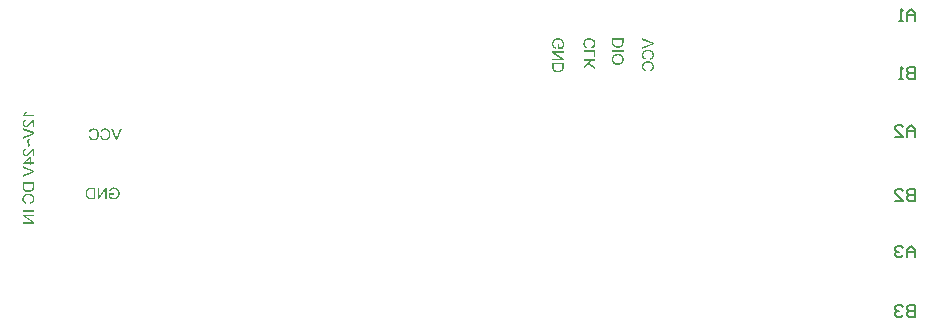
<source format=gbr>
%TF.GenerationSoftware,Altium Limited,Altium Designer,22.5.1 (42)*%
G04 Layer_Color=32896*
%FSLAX45Y45*%
%MOMM*%
%TF.SameCoordinates,F63A7803-94E7-494B-9888-F8709FA5C5B4*%
%TF.FilePolarity,Positive*%
%TF.FileFunction,Legend,Bot*%
%TF.Part,Single*%
G01*
G75*
%TA.AperFunction,NonConductor*%
%ADD39C,0.20000*%
G36*
X892148Y1258700D02*
X879743D01*
Y1335247D01*
X828712Y1258700D01*
X815320D01*
Y1356251D01*
X827725D01*
Y1279564D01*
X878897Y1356251D01*
X892148D01*
Y1258700D01*
D02*
G37*
G36*
X957840Y1357661D02*
X962774Y1356956D01*
X965030Y1356533D01*
X967144Y1355969D01*
X969118Y1355546D01*
X970951Y1354983D01*
X972642Y1354419D01*
X974052Y1353855D01*
X975321Y1353291D01*
X976448Y1352868D01*
X977294Y1352445D01*
X977858Y1352163D01*
X978281Y1352022D01*
X978422Y1351881D01*
X980396Y1350612D01*
X982369Y1349344D01*
X985752Y1346383D01*
X988713Y1343423D01*
X991109Y1340322D01*
X993083Y1337643D01*
X993788Y1336515D01*
X994352Y1335388D01*
X994915Y1334542D01*
X995197Y1333978D01*
X995338Y1333555D01*
X995479Y1333414D01*
X997453Y1328762D01*
X998863Y1324110D01*
X999990Y1319599D01*
X1000272Y1317485D01*
X1000695Y1315511D01*
X1000836Y1313678D01*
X1001118Y1312128D01*
X1001259Y1310577D01*
Y1309308D01*
X1001400Y1308321D01*
Y1307617D01*
Y1307053D01*
Y1306912D01*
X1001118Y1301696D01*
X1000413Y1296762D01*
X999990Y1294506D01*
X999567Y1292392D01*
X999004Y1290277D01*
X998440Y1288445D01*
X997876Y1286753D01*
X997312Y1285343D01*
X996889Y1283934D01*
X996466Y1282947D01*
X996043Y1281960D01*
X995761Y1281396D01*
X995479Y1280973D01*
Y1280832D01*
X992942Y1276744D01*
X990122Y1273220D01*
X987162Y1270119D01*
X984343Y1267581D01*
X981664Y1265608D01*
X980677Y1264903D01*
X979691Y1264198D01*
X978845Y1263775D01*
X978281Y1263352D01*
X977858Y1263211D01*
X977717Y1263070D01*
X975462Y1261942D01*
X973206Y1261097D01*
X968695Y1259546D01*
X964325Y1258559D01*
X960237Y1257713D01*
X958404Y1257572D01*
X956713Y1257290D01*
X955162Y1257149D01*
X953893D01*
X952906Y1257008D01*
X951497D01*
X947550Y1257149D01*
X943743Y1257572D01*
X940219Y1258277D01*
X937118Y1258982D01*
X935849Y1259264D01*
X934580Y1259546D01*
X933453Y1259969D01*
X932466Y1260251D01*
X931761Y1260533D01*
X931197Y1260674D01*
X930915Y1260815D01*
X930774D01*
X926968Y1262365D01*
X923444Y1264198D01*
X920060Y1266171D01*
X917100Y1268004D01*
X915831Y1268850D01*
X914563Y1269696D01*
X913576Y1270401D01*
X912730Y1270964D01*
X912025Y1271528D01*
X911461Y1271951D01*
X911179Y1272092D01*
X911038Y1272233D01*
Y1308462D01*
X952483D01*
Y1296903D01*
X923726D01*
Y1278577D01*
X925417Y1277167D01*
X927391Y1275898D01*
X929505Y1274771D01*
X931479Y1273784D01*
X933171Y1272938D01*
X934721Y1272233D01*
X935285Y1271951D01*
X935567Y1271810D01*
X935849Y1271669D01*
X935990D01*
X938950Y1270682D01*
X941911Y1269837D01*
X944589Y1269273D01*
X947127Y1268991D01*
X949241Y1268709D01*
X950087D01*
X950933Y1268568D01*
X952343D01*
X955867Y1268709D01*
X959250Y1269273D01*
X962351Y1269978D01*
X965171Y1270682D01*
X967426Y1271528D01*
X968413Y1271810D01*
X969118Y1272092D01*
X969823Y1272374D01*
X970246Y1272656D01*
X970528Y1272797D01*
X970669D01*
X973629Y1274630D01*
X976307Y1276603D01*
X978563Y1278718D01*
X980396Y1280832D01*
X981946Y1282806D01*
X982933Y1284357D01*
X983356Y1284920D01*
X983497Y1285343D01*
X983779Y1285625D01*
Y1285766D01*
X985189Y1289291D01*
X986316Y1292956D01*
X987021Y1296621D01*
X987585Y1300145D01*
X987726Y1301696D01*
X987867Y1303106D01*
X988008Y1304515D01*
Y1305643D01*
X988149Y1306489D01*
Y1307194D01*
Y1307617D01*
Y1307758D01*
X988008Y1311705D01*
X987585Y1315229D01*
X987021Y1318612D01*
X986316Y1321573D01*
X986034Y1322841D01*
X985611Y1323969D01*
X985329Y1324956D01*
X985048Y1325802D01*
X984766Y1326507D01*
X984625Y1326930D01*
X984484Y1327211D01*
Y1327352D01*
X983497Y1329326D01*
X982510Y1331159D01*
X981523Y1332850D01*
X980537Y1334260D01*
X979691Y1335388D01*
X978986Y1336375D01*
X978422Y1336938D01*
X978281Y1337079D01*
X976730Y1338630D01*
X975039Y1340040D01*
X973206Y1341167D01*
X971514Y1342295D01*
X970105Y1343000D01*
X968977Y1343705D01*
X968131Y1343987D01*
X967849Y1344128D01*
X965312Y1345115D01*
X962774Y1345820D01*
X960096Y1346242D01*
X957699Y1346665D01*
X955585Y1346806D01*
X954739D01*
X954034Y1346947D01*
X952483D01*
X949805Y1346806D01*
X947268Y1346524D01*
X945012Y1346101D01*
X943038Y1345679D01*
X941347Y1345115D01*
X940078Y1344692D01*
X939373Y1344410D01*
X939091Y1344269D01*
X936977Y1343282D01*
X935144Y1342154D01*
X933453Y1341027D01*
X932184Y1339899D01*
X931197Y1338912D01*
X930351Y1338207D01*
X929928Y1337643D01*
X929787Y1337502D01*
X928519Y1335811D01*
X927532Y1333837D01*
X926545Y1332004D01*
X925699Y1330031D01*
X925135Y1328339D01*
X924712Y1327070D01*
X924571Y1326507D01*
X924430Y1326084D01*
X924289Y1325943D01*
Y1325802D01*
X912589Y1328903D01*
X913576Y1332427D01*
X914844Y1335529D01*
X916113Y1338348D01*
X917241Y1340604D01*
X918369Y1342436D01*
X919215Y1343705D01*
X919778Y1344551D01*
X920060Y1344833D01*
X922034Y1347088D01*
X924149Y1348921D01*
X926404Y1350612D01*
X928519Y1352022D01*
X930492Y1353009D01*
X932043Y1353855D01*
X932607Y1354137D01*
X933030Y1354278D01*
X933312Y1354419D01*
X933453D01*
X936695Y1355546D01*
X940078Y1356392D01*
X943179Y1357097D01*
X946140Y1357520D01*
X948818Y1357802D01*
X949946D01*
X950792Y1357943D01*
X955303D01*
X957840Y1357661D01*
D02*
G37*
G36*
X793610Y1258700D02*
X758509D01*
X755266Y1258841D01*
X752306Y1258982D01*
X749628Y1259264D01*
X747372Y1259546D01*
X745399Y1259828D01*
X743989Y1259969D01*
X743566Y1260110D01*
X743143Y1260251D01*
X742861D01*
X740324Y1260956D01*
X738068Y1261801D01*
X736095Y1262506D01*
X734403Y1263352D01*
X732993Y1264057D01*
X732006Y1264621D01*
X731443Y1265044D01*
X731161Y1265185D01*
X729328Y1266453D01*
X727777Y1268004D01*
X726227Y1269414D01*
X724958Y1270823D01*
X723830Y1272092D01*
X722984Y1273079D01*
X722420Y1273784D01*
X722279Y1274066D01*
X720870Y1276321D01*
X719460Y1278718D01*
X718332Y1280973D01*
X717486Y1283229D01*
X716641Y1285202D01*
X716077Y1286753D01*
X715936Y1287317D01*
X715795Y1287740D01*
X715654Y1288022D01*
Y1288163D01*
X714808Y1291546D01*
X714103Y1294929D01*
X713680Y1298172D01*
X713257Y1301273D01*
X713116Y1303951D01*
Y1305079D01*
X712975Y1306066D01*
Y1306771D01*
Y1307476D01*
Y1307758D01*
Y1307899D01*
X713116Y1312692D01*
X713539Y1317062D01*
X714244Y1321009D01*
X714526Y1322841D01*
X714949Y1324392D01*
X715372Y1325943D01*
X715654Y1327211D01*
X715936Y1328339D01*
X716359Y1329326D01*
X716500Y1330172D01*
X716782Y1330736D01*
X716923Y1331018D01*
Y1331159D01*
X718473Y1334824D01*
X720306Y1338066D01*
X722279Y1340886D01*
X724112Y1343282D01*
X725804Y1345256D01*
X727213Y1346665D01*
X727777Y1347088D01*
X728200Y1347511D01*
X728341Y1347652D01*
X728482Y1347793D01*
X730738Y1349626D01*
X733134Y1351035D01*
X735531Y1352304D01*
X737786Y1353291D01*
X739760Y1353996D01*
X741310Y1354419D01*
X741874Y1354701D01*
X742297D01*
X742579Y1354842D01*
X742720D01*
X745117Y1355264D01*
X747936Y1355687D01*
X750755Y1355969D01*
X753575Y1356110D01*
X756112Y1356251D01*
X793610D01*
Y1258700D01*
D02*
G37*
G36*
X983461Y1758400D02*
X970069D01*
X931866Y1855951D01*
X944976D01*
X971479Y1785043D01*
X972606Y1782083D01*
X973593Y1779264D01*
X974439Y1776585D01*
X975144Y1774189D01*
X975849Y1772074D01*
X976272Y1770524D01*
X976413Y1769960D01*
X976554Y1769537D01*
X976695Y1769255D01*
Y1769114D01*
X978386Y1774753D01*
X979232Y1777431D01*
X980078Y1779828D01*
X980783Y1781942D01*
X981065Y1782788D01*
X981206Y1783634D01*
X981487Y1784198D01*
X981628Y1784621D01*
X981769Y1784902D01*
Y1785043D01*
X1007144Y1855951D01*
X1021241D01*
X983461Y1758400D01*
D02*
G37*
G36*
X882668Y1857361D02*
X887179Y1856656D01*
X891126Y1855810D01*
X892958Y1855246D01*
X894650Y1854683D01*
X896201Y1854119D01*
X897610Y1853555D01*
X898738Y1853132D01*
X899866Y1852709D01*
X900571Y1852286D01*
X901135Y1852004D01*
X901558Y1851863D01*
X901698Y1851722D01*
X905505Y1849326D01*
X908747Y1846506D01*
X911566Y1843687D01*
X913963Y1840868D01*
X915795Y1838330D01*
X916500Y1837202D01*
X917064Y1836216D01*
X917628Y1835511D01*
X917910Y1834947D01*
X918051Y1834524D01*
X918192Y1834383D01*
X920166Y1830013D01*
X921575Y1825502D01*
X922562Y1820991D01*
X923267Y1816903D01*
X923549Y1815070D01*
X923690Y1813237D01*
X923831Y1811828D01*
Y1810418D01*
X923972Y1809431D01*
Y1808585D01*
Y1808022D01*
Y1807881D01*
X923690Y1802806D01*
X923126Y1797872D01*
X922421Y1793502D01*
X921857Y1791387D01*
X921434Y1789554D01*
X921011Y1787863D01*
X920447Y1786312D01*
X920025Y1784902D01*
X919743Y1783775D01*
X919320Y1782929D01*
X919179Y1782224D01*
X918897Y1781801D01*
Y1781660D01*
X916782Y1777431D01*
X914386Y1773625D01*
X911848Y1770383D01*
X910580Y1769114D01*
X909452Y1767845D01*
X908324Y1766717D01*
X907196Y1765731D01*
X906210Y1764885D01*
X905364Y1764321D01*
X904800Y1763757D01*
X904236Y1763334D01*
X903954Y1763193D01*
X903813Y1763052D01*
X901839Y1761924D01*
X899866Y1760938D01*
X895637Y1759387D01*
X891408Y1758259D01*
X887320Y1757554D01*
X885346Y1757272D01*
X883654Y1756990D01*
X882104Y1756849D01*
X880835D01*
X879707Y1756708D01*
X878156D01*
X875337Y1756849D01*
X872659Y1757131D01*
X870121Y1757413D01*
X867725Y1757977D01*
X865469Y1758682D01*
X863355Y1759387D01*
X861381Y1760092D01*
X859548Y1760938D01*
X857998Y1761642D01*
X856447Y1762347D01*
X855319Y1763052D01*
X854192Y1763757D01*
X853487Y1764321D01*
X852782Y1764603D01*
X852500Y1764885D01*
X852359Y1765026D01*
X850385Y1766717D01*
X848694Y1768409D01*
X847143Y1770383D01*
X845592Y1772356D01*
X843055Y1776303D01*
X841081Y1780250D01*
X840236Y1782083D01*
X839531Y1783775D01*
X838967Y1785325D01*
X838544Y1786594D01*
X838121Y1787722D01*
X837839Y1788568D01*
X837698Y1789132D01*
Y1789273D01*
X850667Y1792515D01*
X851231Y1790259D01*
X851936Y1788145D01*
X852641Y1786171D01*
X853346Y1784339D01*
X854192Y1782647D01*
X855037Y1781237D01*
X856024Y1779828D01*
X856870Y1778559D01*
X857575Y1777431D01*
X858421Y1776585D01*
X859126Y1775739D01*
X859689Y1775035D01*
X860253Y1774612D01*
X860676Y1774189D01*
X860817Y1774048D01*
X860958Y1773907D01*
X862368Y1772779D01*
X863919Y1771933D01*
X867020Y1770383D01*
X869980Y1769255D01*
X872941Y1768550D01*
X875478Y1767986D01*
X876465Y1767845D01*
X877452D01*
X878297Y1767704D01*
X879284D01*
X882527Y1767845D01*
X885628Y1768409D01*
X888447Y1769114D01*
X890985Y1769960D01*
X892958Y1770805D01*
X893804Y1771228D01*
X894509Y1771510D01*
X895073Y1771792D01*
X895496Y1772074D01*
X895778Y1772215D01*
X895919D01*
X898597Y1774189D01*
X900853Y1776303D01*
X902826Y1778700D01*
X904377Y1780955D01*
X905646Y1782929D01*
X906491Y1784621D01*
X906773Y1785325D01*
X907055Y1785748D01*
X907196Y1786030D01*
Y1786171D01*
X908324Y1789836D01*
X909170Y1793502D01*
X909875Y1797167D01*
X910298Y1800550D01*
X910439Y1802101D01*
X910580Y1803510D01*
Y1804779D01*
X910721Y1805766D01*
Y1806612D01*
Y1807317D01*
Y1807740D01*
Y1807881D01*
X910580Y1811546D01*
X910298Y1814929D01*
X909734Y1818030D01*
X909170Y1820850D01*
X908747Y1823246D01*
X908465Y1824233D01*
X908183Y1825079D01*
X908042Y1825784D01*
X907901Y1826207D01*
X907760Y1826489D01*
Y1826630D01*
X906350Y1829872D01*
X904800Y1832832D01*
X903108Y1835229D01*
X901276Y1837343D01*
X899725Y1839035D01*
X898456Y1840163D01*
X897469Y1840868D01*
X897328Y1841149D01*
X897187D01*
X894227Y1842982D01*
X890985Y1844392D01*
X887883Y1845379D01*
X884923Y1845942D01*
X882245Y1846365D01*
X881117Y1846506D01*
X880130D01*
X879425Y1846647D01*
X878297D01*
X874773Y1846506D01*
X871531Y1845942D01*
X868852Y1845097D01*
X866456Y1844251D01*
X864623Y1843264D01*
X863214Y1842559D01*
X862368Y1841995D01*
X862086Y1841713D01*
X859830Y1839599D01*
X857716Y1837202D01*
X856024Y1834665D01*
X854614Y1832127D01*
X853487Y1829872D01*
X853064Y1828744D01*
X852782Y1827898D01*
X852500Y1827193D01*
X852218Y1826630D01*
X852077Y1826348D01*
Y1826207D01*
X839390Y1829167D01*
X840236Y1831704D01*
X841081Y1833960D01*
X842209Y1836075D01*
X843196Y1838189D01*
X844324Y1840022D01*
X845592Y1841713D01*
X846720Y1843405D01*
X847848Y1844815D01*
X848976Y1845942D01*
X849962Y1847070D01*
X850949Y1848057D01*
X851654Y1848762D01*
X852359Y1849467D01*
X852923Y1849890D01*
X853205Y1850031D01*
X853346Y1850172D01*
X855319Y1851440D01*
X857293Y1852709D01*
X859267Y1853696D01*
X861381Y1854542D01*
X865610Y1855810D01*
X869416Y1856656D01*
X871249Y1857079D01*
X872800Y1857220D01*
X874350Y1857361D01*
X875619Y1857502D01*
X876606Y1857643D01*
X878016D01*
X882668Y1857361D01*
D02*
G37*
G36*
X784270D02*
X788782Y1856656D01*
X792729Y1855810D01*
X794561Y1855246D01*
X796253Y1854683D01*
X797804Y1854119D01*
X799213Y1853555D01*
X800341Y1853132D01*
X801469Y1852709D01*
X802174Y1852286D01*
X802738Y1852004D01*
X803160Y1851863D01*
X803301Y1851722D01*
X807108Y1849326D01*
X810350Y1846506D01*
X813169Y1843687D01*
X815566Y1840868D01*
X817398Y1838330D01*
X818103Y1837202D01*
X818667Y1836216D01*
X819231Y1835511D01*
X819513Y1834947D01*
X819654Y1834524D01*
X819795Y1834383D01*
X821768Y1830013D01*
X823178Y1825502D01*
X824165Y1820991D01*
X824870Y1816903D01*
X825152Y1815070D01*
X825293Y1813237D01*
X825434Y1811828D01*
Y1810418D01*
X825575Y1809431D01*
Y1808585D01*
Y1808022D01*
Y1807881D01*
X825293Y1802806D01*
X824729Y1797872D01*
X824024Y1793502D01*
X823460Y1791387D01*
X823037Y1789554D01*
X822614Y1787863D01*
X822050Y1786312D01*
X821628Y1784902D01*
X821346Y1783775D01*
X820923Y1782929D01*
X820782Y1782224D01*
X820500Y1781801D01*
Y1781660D01*
X818385Y1777431D01*
X815989Y1773625D01*
X813451Y1770383D01*
X812183Y1769114D01*
X811055Y1767845D01*
X809927Y1766717D01*
X808799Y1765731D01*
X807812Y1764885D01*
X806967Y1764321D01*
X806403Y1763757D01*
X805839Y1763334D01*
X805557Y1763193D01*
X805416Y1763052D01*
X803442Y1761924D01*
X801469Y1760938D01*
X797240Y1759387D01*
X793011Y1758259D01*
X788922Y1757554D01*
X786949Y1757272D01*
X785257Y1756990D01*
X783707Y1756849D01*
X782438D01*
X781310Y1756708D01*
X779759D01*
X776940Y1756849D01*
X774262Y1757131D01*
X771724Y1757413D01*
X769328Y1757977D01*
X767072Y1758682D01*
X764958Y1759387D01*
X762984Y1760092D01*
X761151Y1760938D01*
X759601Y1761642D01*
X758050Y1762347D01*
X756922Y1763052D01*
X755795Y1763757D01*
X755090Y1764321D01*
X754385Y1764603D01*
X754103Y1764885D01*
X753962Y1765026D01*
X751988Y1766717D01*
X750297Y1768409D01*
X748746Y1770383D01*
X747195Y1772356D01*
X744658Y1776303D01*
X742684Y1780250D01*
X741838Y1782083D01*
X741134Y1783775D01*
X740570Y1785325D01*
X740147Y1786594D01*
X739724Y1787722D01*
X739442Y1788568D01*
X739301Y1789132D01*
Y1789273D01*
X752270Y1792515D01*
X752834Y1790259D01*
X753539Y1788145D01*
X754244Y1786171D01*
X754949Y1784339D01*
X755795Y1782647D01*
X756640Y1781237D01*
X757627Y1779828D01*
X758473Y1778559D01*
X759178Y1777431D01*
X760024Y1776585D01*
X760728Y1775739D01*
X761292Y1775035D01*
X761856Y1774612D01*
X762279Y1774189D01*
X762420Y1774048D01*
X762561Y1773907D01*
X763971Y1772779D01*
X765521Y1771933D01*
X768623Y1770383D01*
X771583Y1769255D01*
X774544Y1768550D01*
X777081Y1767986D01*
X778068Y1767845D01*
X779055D01*
X779900Y1767704D01*
X780887D01*
X784129Y1767845D01*
X787231Y1768409D01*
X790050Y1769114D01*
X792588Y1769960D01*
X794561Y1770805D01*
X795407Y1771228D01*
X796112Y1771510D01*
X796676Y1771792D01*
X797099Y1772074D01*
X797381Y1772215D01*
X797522D01*
X800200Y1774189D01*
X802456Y1776303D01*
X804429Y1778700D01*
X805980Y1780955D01*
X807249Y1782929D01*
X808094Y1784621D01*
X808376Y1785325D01*
X808658Y1785748D01*
X808799Y1786030D01*
Y1786171D01*
X809927Y1789836D01*
X810773Y1793502D01*
X811478Y1797167D01*
X811901Y1800550D01*
X812042Y1802101D01*
X812183Y1803510D01*
Y1804779D01*
X812323Y1805766D01*
Y1806612D01*
Y1807317D01*
Y1807740D01*
Y1807881D01*
X812183Y1811546D01*
X811901Y1814929D01*
X811337Y1818030D01*
X810773Y1820850D01*
X810350Y1823246D01*
X810068Y1824233D01*
X809786Y1825079D01*
X809645Y1825784D01*
X809504Y1826207D01*
X809363Y1826489D01*
Y1826630D01*
X807953Y1829872D01*
X806403Y1832832D01*
X804711Y1835229D01*
X802879Y1837343D01*
X801328Y1839035D01*
X800059Y1840163D01*
X799072Y1840868D01*
X798931Y1841149D01*
X798790D01*
X795830Y1842982D01*
X792588Y1844392D01*
X789486Y1845379D01*
X786526Y1845942D01*
X783848Y1846365D01*
X782720Y1846506D01*
X781733D01*
X781028Y1846647D01*
X779900D01*
X776376Y1846506D01*
X773134Y1845942D01*
X770455Y1845097D01*
X768059Y1844251D01*
X766226Y1843264D01*
X764817Y1842559D01*
X763971Y1841995D01*
X763689Y1841713D01*
X761433Y1839599D01*
X759319Y1837202D01*
X757627Y1834665D01*
X756217Y1832127D01*
X755090Y1829872D01*
X754667Y1828744D01*
X754385Y1827898D01*
X754103Y1827193D01*
X753821Y1826630D01*
X753680Y1826348D01*
Y1826207D01*
X740993Y1829167D01*
X741838Y1831704D01*
X742684Y1833960D01*
X743812Y1836075D01*
X744799Y1838189D01*
X745927Y1840022D01*
X747195Y1841713D01*
X748323Y1843405D01*
X749451Y1844815D01*
X750579Y1845942D01*
X751565Y1847070D01*
X752552Y1848057D01*
X753257Y1848762D01*
X753962Y1849467D01*
X754526Y1849890D01*
X754808Y1850031D01*
X754949Y1850172D01*
X756922Y1851440D01*
X758896Y1852709D01*
X760869Y1853696D01*
X762984Y1854542D01*
X767213Y1855810D01*
X771019Y1856656D01*
X772852Y1857079D01*
X774403Y1857220D01*
X775953Y1857361D01*
X777222Y1857502D01*
X778209Y1857643D01*
X779618D01*
X784270Y1857361D01*
D02*
G37*
G36*
X214669Y1996385D02*
X213682Y1994271D01*
X212695Y1992156D01*
X211708Y1990183D01*
X210863Y1988491D01*
X210158Y1987081D01*
X209594Y1986236D01*
X209453Y1986095D01*
Y1985954D01*
X207902Y1983416D01*
X206352Y1981161D01*
X204942Y1979187D01*
X203673Y1977636D01*
X202686Y1976227D01*
X201841Y1975381D01*
X201277Y1974676D01*
X201136Y1974535D01*
X277401D01*
Y1962553D01*
X179426D01*
Y1970306D01*
X181823Y1971716D01*
X184078Y1973266D01*
X186334Y1975099D01*
X188307Y1976791D01*
X189999Y1978482D01*
X191409Y1979751D01*
X191832Y1980315D01*
X192255Y1980738D01*
X192396Y1980879D01*
X192537Y1981020D01*
X194933Y1983980D01*
X197189Y1986940D01*
X199162Y1989760D01*
X200713Y1992579D01*
X202123Y1994976D01*
X202686Y1995962D01*
X203109Y1996808D01*
X203532Y1997513D01*
X203673Y1998077D01*
X203955Y1998359D01*
Y1998500D01*
X215515D01*
X214669Y1996385D01*
D02*
G37*
G36*
X277401Y1868808D02*
X265841D01*
Y1916878D01*
X263444Y1915187D01*
X262458Y1914341D01*
X261471Y1913636D01*
X260625Y1912931D01*
X260061Y1912367D01*
X259638Y1911944D01*
X259497Y1911803D01*
X258792Y1911099D01*
X258088Y1910253D01*
X256255Y1908279D01*
X254140Y1906024D01*
X252026Y1903627D01*
X250193Y1901372D01*
X249347Y1900385D01*
X248502Y1899539D01*
X247938Y1898834D01*
X247515Y1898270D01*
X247233Y1897988D01*
X247092Y1897847D01*
X245118Y1895592D01*
X243286Y1893336D01*
X241453Y1891363D01*
X239902Y1889530D01*
X238352Y1887838D01*
X236942Y1886429D01*
X235673Y1885019D01*
X234546Y1883891D01*
X233418Y1882764D01*
X232572Y1881918D01*
X231867Y1881213D01*
X231162Y1880508D01*
X230317Y1879803D01*
X230035Y1879521D01*
X227638Y1877548D01*
X225524Y1875856D01*
X223409Y1874446D01*
X221717Y1873319D01*
X220167Y1872473D01*
X219039Y1871909D01*
X218334Y1871627D01*
X218052Y1871486D01*
X215938Y1870640D01*
X213823Y1870076D01*
X211849Y1869512D01*
X210158Y1869230D01*
X208607Y1869089D01*
X207479Y1868949D01*
X206775D01*
X206493D01*
X204378Y1869089D01*
X202404Y1869371D01*
X200431Y1869653D01*
X198739Y1870217D01*
X195356Y1871627D01*
X192678Y1873037D01*
X191409Y1873882D01*
X190422Y1874587D01*
X189435Y1875292D01*
X188730Y1875997D01*
X188167Y1876561D01*
X187603Y1876843D01*
X187462Y1877125D01*
X187321Y1877266D01*
X185911Y1878816D01*
X184642Y1880508D01*
X183655Y1882341D01*
X182810Y1884173D01*
X181400Y1887838D01*
X180413Y1891504D01*
X180131Y1893054D01*
X179849Y1894605D01*
X179708Y1896015D01*
X179567Y1897143D01*
X179426Y1898129D01*
Y1899539D01*
X179567Y1902076D01*
X179708Y1904473D01*
X180131Y1906728D01*
X180554Y1908843D01*
X181118Y1910817D01*
X181682Y1912649D01*
X182387Y1914341D01*
X183092Y1915892D01*
X183796Y1917301D01*
X184501Y1918429D01*
X185065Y1919416D01*
X185629Y1920262D01*
X186052Y1920966D01*
X186475Y1921389D01*
X186616Y1921671D01*
X186757Y1921812D01*
X188167Y1923222D01*
X189717Y1924491D01*
X191409Y1925759D01*
X193100Y1926746D01*
X196484Y1928438D01*
X199867Y1929566D01*
X201418Y1929989D01*
X202968Y1930411D01*
X204237Y1930693D01*
X205365Y1930975D01*
X206352Y1931116D01*
X207056D01*
X207479Y1931257D01*
X207620D01*
X208889Y1918993D01*
X205647Y1918711D01*
X202827Y1918147D01*
X200290Y1917301D01*
X198316Y1916314D01*
X196625Y1915469D01*
X195497Y1914623D01*
X194792Y1914059D01*
X194510Y1913777D01*
X192819Y1911662D01*
X191550Y1909407D01*
X190563Y1907010D01*
X189999Y1904896D01*
X189576Y1902922D01*
X189435Y1901231D01*
X189294Y1900667D01*
Y1899821D01*
X189435Y1896861D01*
X189999Y1894182D01*
X190845Y1891927D01*
X191691Y1889953D01*
X192678Y1888402D01*
X193382Y1887416D01*
X193946Y1886711D01*
X194228Y1886429D01*
X196202Y1884737D01*
X198175Y1883468D01*
X200149Y1882482D01*
X202123Y1881918D01*
X203673Y1881495D01*
X205083Y1881354D01*
X205929Y1881213D01*
X206070D01*
X206211D01*
X208748Y1881495D01*
X211427Y1882059D01*
X213823Y1883046D01*
X216079Y1884032D01*
X217911Y1885160D01*
X219462Y1886147D01*
X220026Y1886429D01*
X220449Y1886711D01*
X220590Y1886993D01*
X220731D01*
X222281Y1888120D01*
X223832Y1889530D01*
X225524Y1891081D01*
X227215Y1892772D01*
X230598Y1896297D01*
X233982Y1899821D01*
X235532Y1901654D01*
X236942Y1903204D01*
X238211Y1904755D01*
X239339Y1906024D01*
X240184Y1907010D01*
X240889Y1907856D01*
X241312Y1908420D01*
X241453Y1908561D01*
X244414Y1912085D01*
X247233Y1915328D01*
X249770Y1918006D01*
X251885Y1920121D01*
X253718Y1921953D01*
X254986Y1923222D01*
X255832Y1923927D01*
X255973Y1924209D01*
X256114D01*
X258511Y1926182D01*
X260766Y1927733D01*
X263022Y1929143D01*
X264995Y1930270D01*
X266687Y1931116D01*
X267956Y1931680D01*
X268801Y1931962D01*
X268942Y1932103D01*
X269083D01*
X270634Y1932667D01*
X272044Y1932949D01*
X273453Y1933231D01*
X274722Y1933372D01*
X275850Y1933513D01*
X276696D01*
X277260D01*
X277401D01*
Y1868808D01*
D02*
G37*
G36*
Y1823415D02*
Y1810023D01*
X179849Y1771820D01*
Y1784930D01*
X250757Y1811433D01*
X253718Y1812561D01*
X256537Y1813547D01*
X259215Y1814393D01*
X261612Y1815098D01*
X263726Y1815803D01*
X265277Y1816226D01*
X265841Y1816367D01*
X266264Y1816508D01*
X266546Y1816649D01*
X266687D01*
X261048Y1818340D01*
X258370Y1819186D01*
X255973Y1820032D01*
X253859Y1820737D01*
X253013Y1821019D01*
X252167Y1821160D01*
X251603Y1821442D01*
X251180Y1821583D01*
X250898Y1821724D01*
X250757D01*
X179849Y1847098D01*
Y1861195D01*
X277401Y1823415D01*
D02*
G37*
G36*
X238352Y1762939D02*
X236801Y1761106D01*
X235532Y1759556D01*
X234546Y1758146D01*
X233841Y1757159D01*
X233418Y1756313D01*
X233136Y1755750D01*
X232995Y1755609D01*
X232431Y1754199D01*
X231867Y1752789D01*
X231585Y1751380D01*
X231444Y1750111D01*
X231303Y1749124D01*
X231162Y1748278D01*
Y1747573D01*
X231303Y1745459D01*
X231726Y1743344D01*
X232290Y1741089D01*
X232995Y1739115D01*
X233700Y1737283D01*
X234264Y1735732D01*
X234546Y1735168D01*
X234687Y1734745D01*
X234828Y1734604D01*
Y1734463D01*
X236096Y1731644D01*
X237083Y1729388D01*
X237788Y1727415D01*
X238352Y1725723D01*
X238775Y1724595D01*
X239057Y1723749D01*
X239339Y1723186D01*
Y1723045D01*
X239762Y1720225D01*
X240043Y1718956D01*
Y1717829D01*
X240184Y1716842D01*
Y1715291D01*
X240043Y1713318D01*
X239902Y1711485D01*
X239621Y1709793D01*
X239339Y1708384D01*
X239057Y1707256D01*
X238775Y1706269D01*
X238493Y1705705D01*
Y1705564D01*
X237647Y1703873D01*
X236801Y1702322D01*
X235814Y1700912D01*
X234828Y1699503D01*
X233982Y1698375D01*
X233277Y1697529D01*
X232713Y1696965D01*
X232572Y1696824D01*
X218475D01*
X219885Y1698234D01*
X221153Y1699644D01*
X222281Y1701053D01*
X223268Y1702322D01*
X223973Y1703450D01*
X224678Y1704296D01*
X224960Y1704859D01*
X225101Y1705141D01*
X225946Y1706833D01*
X226510Y1708525D01*
X227074Y1709934D01*
X227356Y1711344D01*
X227497Y1712472D01*
X227638Y1713318D01*
Y1714022D01*
X227497Y1715714D01*
X227356Y1717265D01*
X227215Y1717829D01*
Y1718252D01*
X227074Y1718534D01*
Y1718674D01*
X226792Y1719661D01*
X226369Y1720648D01*
X225524Y1722904D01*
X225242Y1724031D01*
X224819Y1724877D01*
X224678Y1725441D01*
X224537Y1725582D01*
X223268Y1728401D01*
X222281Y1730939D01*
X221576Y1733194D01*
X220872Y1734886D01*
X220449Y1736296D01*
X220167Y1737283D01*
X219885Y1737987D01*
Y1738128D01*
X219180Y1741230D01*
X218898Y1742639D01*
X218757Y1743908D01*
X218616Y1744895D01*
Y1746446D01*
X218757Y1748560D01*
X218898Y1750534D01*
X219885Y1754199D01*
X221153Y1757300D01*
X222563Y1759979D01*
X223268Y1761106D01*
X223973Y1762093D01*
X224678Y1762939D01*
X225242Y1763644D01*
X225805Y1764208D01*
X226228Y1764631D01*
X226369Y1764772D01*
X226510Y1764913D01*
X240184D01*
X238352Y1762939D01*
D02*
G37*
G36*
X277401Y1622392D02*
X265841D01*
Y1670463D01*
X263444Y1668771D01*
X262458Y1667925D01*
X261471Y1667220D01*
X260625Y1666516D01*
X260061Y1665952D01*
X259638Y1665529D01*
X259497Y1665388D01*
X258792Y1664683D01*
X258088Y1663837D01*
X256255Y1661864D01*
X254140Y1659608D01*
X252026Y1657212D01*
X250193Y1654956D01*
X249347Y1653969D01*
X248502Y1653123D01*
X247938Y1652419D01*
X247515Y1651855D01*
X247233Y1651573D01*
X247092Y1651432D01*
X245118Y1649176D01*
X243286Y1646921D01*
X241453Y1644947D01*
X239902Y1643115D01*
X238352Y1641423D01*
X236942Y1640013D01*
X235673Y1638604D01*
X234546Y1637476D01*
X233418Y1636348D01*
X232572Y1635502D01*
X231867Y1634797D01*
X231162Y1634092D01*
X230317Y1633388D01*
X230035Y1633106D01*
X227638Y1631132D01*
X225524Y1629440D01*
X223409Y1628031D01*
X221717Y1626903D01*
X220167Y1626057D01*
X219039Y1625493D01*
X218334Y1625211D01*
X218052Y1625070D01*
X215938Y1624225D01*
X213823Y1623661D01*
X211849Y1623097D01*
X210158Y1622815D01*
X208607Y1622674D01*
X207479Y1622533D01*
X206775D01*
X206493D01*
X204378Y1622674D01*
X202404Y1622956D01*
X200431Y1623238D01*
X198739Y1623802D01*
X195356Y1625211D01*
X192678Y1626621D01*
X191409Y1627467D01*
X190422Y1628172D01*
X189435Y1628877D01*
X188730Y1629581D01*
X188167Y1630145D01*
X187603Y1630427D01*
X187462Y1630709D01*
X187321Y1630850D01*
X185911Y1632401D01*
X184642Y1634092D01*
X183655Y1635925D01*
X182810Y1637758D01*
X181400Y1641423D01*
X180413Y1645088D01*
X180131Y1646639D01*
X179849Y1648189D01*
X179708Y1649599D01*
X179567Y1650727D01*
X179426Y1651714D01*
Y1653123D01*
X179567Y1655661D01*
X179708Y1658057D01*
X180131Y1660313D01*
X180554Y1662427D01*
X181118Y1664401D01*
X181682Y1666234D01*
X182387Y1667925D01*
X183092Y1669476D01*
X183796Y1670886D01*
X184501Y1672013D01*
X185065Y1673000D01*
X185629Y1673846D01*
X186052Y1674551D01*
X186475Y1674974D01*
X186616Y1675256D01*
X186757Y1675397D01*
X188167Y1676806D01*
X189717Y1678075D01*
X191409Y1679344D01*
X193100Y1680331D01*
X196484Y1682022D01*
X199867Y1683150D01*
X201418Y1683573D01*
X202968Y1683996D01*
X204237Y1684278D01*
X205365Y1684560D01*
X206352Y1684701D01*
X207056D01*
X207479Y1684842D01*
X207620D01*
X208889Y1672577D01*
X205647Y1672295D01*
X202827Y1671731D01*
X200290Y1670886D01*
X198316Y1669899D01*
X196625Y1669053D01*
X195497Y1668207D01*
X194792Y1667643D01*
X194510Y1667361D01*
X192819Y1665247D01*
X191550Y1662991D01*
X190563Y1660595D01*
X189999Y1658480D01*
X189576Y1656507D01*
X189435Y1654815D01*
X189294Y1654251D01*
Y1653405D01*
X189435Y1650445D01*
X189999Y1647767D01*
X190845Y1645511D01*
X191691Y1643537D01*
X192678Y1641987D01*
X193382Y1641000D01*
X193946Y1640295D01*
X194228Y1640013D01*
X196202Y1638322D01*
X198175Y1637053D01*
X200149Y1636066D01*
X202123Y1635502D01*
X203673Y1635079D01*
X205083Y1634938D01*
X205929Y1634797D01*
X206070D01*
X206211D01*
X208748Y1635079D01*
X211427Y1635643D01*
X213823Y1636630D01*
X216079Y1637617D01*
X217911Y1638744D01*
X219462Y1639731D01*
X220026Y1640013D01*
X220449Y1640295D01*
X220590Y1640577D01*
X220731D01*
X222281Y1641705D01*
X223832Y1643115D01*
X225524Y1644665D01*
X227215Y1646357D01*
X230598Y1649881D01*
X233982Y1653405D01*
X235532Y1655238D01*
X236942Y1656789D01*
X238211Y1658339D01*
X239339Y1659608D01*
X240184Y1660595D01*
X240889Y1661441D01*
X241312Y1662005D01*
X241453Y1662146D01*
X244414Y1665670D01*
X247233Y1668912D01*
X249770Y1671591D01*
X251885Y1673705D01*
X253718Y1675538D01*
X254986Y1676806D01*
X255832Y1677511D01*
X255973Y1677793D01*
X256114D01*
X258511Y1679767D01*
X260766Y1681317D01*
X263022Y1682727D01*
X264995Y1683855D01*
X266687Y1684701D01*
X267956Y1685265D01*
X268801Y1685547D01*
X268942Y1685688D01*
X269083D01*
X270634Y1686251D01*
X272044Y1686533D01*
X273453Y1686815D01*
X274722Y1686956D01*
X275850Y1687097D01*
X276696D01*
X277260D01*
X277401D01*
Y1622392D01*
D02*
G37*
G36*
X253999Y1571220D02*
X277401D01*
Y1559237D01*
X253999D01*
Y1545986D01*
X243004D01*
Y1559237D01*
X179849D01*
Y1568964D01*
X243004Y1613652D01*
X253999D01*
Y1571220D01*
D02*
G37*
G36*
X277401Y1501158D02*
Y1487766D01*
X179849Y1449563D01*
Y1462673D01*
X250757Y1489175D01*
X253718Y1490303D01*
X256537Y1491290D01*
X259215Y1492136D01*
X261612Y1492841D01*
X263726Y1493545D01*
X265277Y1493968D01*
X265841Y1494109D01*
X266264Y1494250D01*
X266546Y1494391D01*
X266687D01*
X261048Y1496083D01*
X258370Y1496929D01*
X255973Y1497774D01*
X253859Y1498479D01*
X253013Y1498761D01*
X252167Y1498902D01*
X251603Y1499184D01*
X251180Y1499325D01*
X250898Y1499466D01*
X250757D01*
X179849Y1524841D01*
Y1538938D01*
X277401Y1501158D01*
D02*
G37*
G36*
Y1364840D02*
X277260Y1361597D01*
X277119Y1358637D01*
X276837Y1355959D01*
X276555Y1353703D01*
X276273Y1351730D01*
X276132Y1350320D01*
X275991Y1349897D01*
X275850Y1349474D01*
Y1349192D01*
X275145Y1346655D01*
X274299Y1344399D01*
X273594Y1342426D01*
X272749Y1340734D01*
X272044Y1339324D01*
X271480Y1338337D01*
X271057Y1337774D01*
X270916Y1337492D01*
X269647Y1335659D01*
X268096Y1334108D01*
X266687Y1332558D01*
X265277Y1331289D01*
X264008Y1330161D01*
X263022Y1329315D01*
X262317Y1328751D01*
X262035Y1328610D01*
X259779Y1327201D01*
X257383Y1325791D01*
X255127Y1324663D01*
X252872Y1323818D01*
X250898Y1322972D01*
X249347Y1322408D01*
X248784Y1322267D01*
X248361Y1322126D01*
X248079Y1321985D01*
X247938D01*
X244555Y1321139D01*
X241171Y1320434D01*
X237929Y1320011D01*
X234828Y1319588D01*
X232149Y1319447D01*
X231021D01*
X230035Y1319306D01*
X229330D01*
X228625D01*
X228343D01*
X228202D01*
X223409Y1319447D01*
X219039Y1319870D01*
X215092Y1320575D01*
X213259Y1320857D01*
X211708Y1321280D01*
X210158Y1321703D01*
X208889Y1321985D01*
X207761Y1322267D01*
X206775Y1322690D01*
X205929Y1322831D01*
X205365Y1323113D01*
X205083Y1323254D01*
X204942D01*
X201277Y1324804D01*
X198034Y1326637D01*
X195215Y1328610D01*
X192819Y1330443D01*
X190845Y1332135D01*
X189435Y1333544D01*
X189012Y1334108D01*
X188589Y1334531D01*
X188448Y1334672D01*
X188307Y1334813D01*
X186475Y1337069D01*
X185065Y1339465D01*
X183796Y1341862D01*
X182810Y1344117D01*
X182105Y1346091D01*
X181682Y1347641D01*
X181400Y1348205D01*
Y1348628D01*
X181259Y1348910D01*
Y1349051D01*
X180836Y1351448D01*
X180413Y1354267D01*
X180131Y1357086D01*
X179990Y1359906D01*
X179849Y1362443D01*
Y1399941D01*
X277401D01*
Y1364840D01*
D02*
G37*
G36*
X232995Y1305069D02*
X237929Y1304505D01*
X242299Y1303800D01*
X244414Y1303236D01*
X246246Y1302813D01*
X247938Y1302390D01*
X249488Y1301826D01*
X250898Y1301403D01*
X252026Y1301121D01*
X252872Y1300698D01*
X253577Y1300557D01*
X253999Y1300276D01*
X254140D01*
X258370Y1298161D01*
X262176Y1295764D01*
X265418Y1293227D01*
X266687Y1291958D01*
X267956Y1290831D01*
X269083Y1289703D01*
X270070Y1288575D01*
X270916Y1287588D01*
X271480Y1286742D01*
X272044Y1286179D01*
X272467Y1285615D01*
X272608Y1285333D01*
X272749Y1285192D01*
X273876Y1283218D01*
X274863Y1281245D01*
X276414Y1277015D01*
X277541Y1272786D01*
X278246Y1268698D01*
X278528Y1266725D01*
X278810Y1265033D01*
X278951Y1263482D01*
Y1262214D01*
X279092Y1261086D01*
Y1259535D01*
X278951Y1256716D01*
X278669Y1254037D01*
X278387Y1251500D01*
X277823Y1249103D01*
X277119Y1246848D01*
X276414Y1244733D01*
X275709Y1242760D01*
X274863Y1240927D01*
X274158Y1239376D01*
X273453Y1237826D01*
X272749Y1236698D01*
X272044Y1235570D01*
X271480Y1234865D01*
X271198Y1234161D01*
X270916Y1233879D01*
X270775Y1233738D01*
X269083Y1231764D01*
X267392Y1230072D01*
X265418Y1228522D01*
X263444Y1226971D01*
X259497Y1224434D01*
X255550Y1222460D01*
X253718Y1221614D01*
X252026Y1220909D01*
X250475Y1220346D01*
X249207Y1219923D01*
X248079Y1219500D01*
X247233Y1219218D01*
X246669Y1219077D01*
X246528D01*
X243286Y1232046D01*
X245541Y1232610D01*
X247656Y1233315D01*
X249629Y1234020D01*
X251462Y1234724D01*
X253154Y1235570D01*
X254563Y1236416D01*
X255973Y1237403D01*
X257242Y1238249D01*
X258370Y1238954D01*
X259215Y1239799D01*
X260061Y1240504D01*
X260766Y1241068D01*
X261189Y1241632D01*
X261612Y1242055D01*
X261753Y1242196D01*
X261894Y1242337D01*
X263022Y1243747D01*
X263867Y1245297D01*
X265418Y1248399D01*
X266546Y1251359D01*
X267251Y1254319D01*
X267815Y1256857D01*
X267956Y1257844D01*
Y1258830D01*
X268096Y1259676D01*
Y1260663D01*
X267956Y1263905D01*
X267392Y1267007D01*
X266687Y1269826D01*
X265841Y1272363D01*
X264995Y1274337D01*
X264572Y1275183D01*
X264290Y1275888D01*
X264008Y1276452D01*
X263726Y1276875D01*
X263585Y1277156D01*
Y1277297D01*
X261612Y1279976D01*
X259497Y1282231D01*
X257101Y1284205D01*
X254845Y1285756D01*
X252872Y1287024D01*
X251180Y1287870D01*
X250475Y1288152D01*
X250052Y1288434D01*
X249770Y1288575D01*
X249629D01*
X245964Y1289703D01*
X242299Y1290549D01*
X238634Y1291253D01*
X235250Y1291676D01*
X233700Y1291817D01*
X232290Y1291958D01*
X231021D01*
X230035Y1292099D01*
X229189D01*
X228484D01*
X228061D01*
X227920D01*
X224255Y1291958D01*
X220872Y1291676D01*
X217770Y1291112D01*
X214951Y1290549D01*
X212554Y1290126D01*
X211568Y1289844D01*
X210722Y1289562D01*
X210017Y1289421D01*
X209594Y1289280D01*
X209312Y1289139D01*
X209171D01*
X205929Y1287729D01*
X202968Y1286179D01*
X200572Y1284487D01*
X198457Y1282654D01*
X196766Y1281104D01*
X195638Y1279835D01*
X194933Y1278848D01*
X194651Y1278707D01*
Y1278566D01*
X192819Y1275606D01*
X191409Y1272363D01*
X190422Y1269262D01*
X189858Y1266302D01*
X189435Y1263623D01*
X189294Y1262496D01*
Y1261509D01*
X189153Y1260804D01*
Y1259676D01*
X189294Y1256152D01*
X189858Y1252910D01*
X190704Y1250231D01*
X191550Y1247835D01*
X192537Y1246002D01*
X193241Y1244592D01*
X193805Y1243747D01*
X194087Y1243465D01*
X196202Y1241209D01*
X198598Y1239095D01*
X201136Y1237403D01*
X203673Y1235993D01*
X205929Y1234865D01*
X207056Y1234443D01*
X207902Y1234161D01*
X208607Y1233879D01*
X209171Y1233597D01*
X209453Y1233456D01*
X209594D01*
X206634Y1220768D01*
X204096Y1221614D01*
X201841Y1222460D01*
X199726Y1223588D01*
X197611Y1224575D01*
X195779Y1225702D01*
X194087Y1226971D01*
X192396Y1228099D01*
X190986Y1229227D01*
X189858Y1230354D01*
X188730Y1231341D01*
X187744Y1232328D01*
X187039Y1233033D01*
X186334Y1233738D01*
X185911Y1234302D01*
X185770Y1234584D01*
X185629Y1234724D01*
X184360Y1236698D01*
X183092Y1238672D01*
X182105Y1240645D01*
X181259Y1242760D01*
X179990Y1246989D01*
X179144Y1250795D01*
X178722Y1252628D01*
X178581Y1254178D01*
X178440Y1255729D01*
X178299Y1256998D01*
X178158Y1257985D01*
Y1259394D01*
X178440Y1264046D01*
X179144Y1268557D01*
X179990Y1272504D01*
X180554Y1274337D01*
X181118Y1276029D01*
X181682Y1277579D01*
X182246Y1278989D01*
X182669Y1280117D01*
X183092Y1281245D01*
X183514Y1281949D01*
X183796Y1282513D01*
X183937Y1282936D01*
X184078Y1283077D01*
X186475Y1286883D01*
X189294Y1290126D01*
X192114Y1292945D01*
X194933Y1295342D01*
X197471Y1297174D01*
X198598Y1297879D01*
X199585Y1298443D01*
X200290Y1299007D01*
X200854Y1299289D01*
X201277Y1299430D01*
X201418Y1299571D01*
X205788Y1301544D01*
X210299Y1302954D01*
X214810Y1303941D01*
X218898Y1304646D01*
X220731Y1304928D01*
X222563Y1305069D01*
X223973Y1305209D01*
X225383D01*
X226369Y1305350D01*
X227215D01*
X227779D01*
X227920D01*
X232995Y1305069D01*
D02*
G37*
G36*
X277401Y1150142D02*
X179849D01*
Y1163112D01*
X277401D01*
Y1150142D01*
D02*
G37*
G36*
Y1115041D02*
X200854D01*
X277401Y1064010D01*
Y1050618D01*
X179849D01*
Y1063023D01*
X256537D01*
X179849Y1114195D01*
Y1127446D01*
X277401D01*
Y1115041D01*
D02*
G37*
G36*
X5523300Y2583720D02*
Y2570328D01*
X5425749Y2532125D01*
Y2545235D01*
X5496657Y2571738D01*
X5499617Y2572866D01*
X5502437Y2573852D01*
X5505115Y2574698D01*
X5507511Y2575403D01*
X5509626Y2576108D01*
X5511177Y2576531D01*
X5511741Y2576672D01*
X5512163Y2576813D01*
X5512445Y2576954D01*
X5512586D01*
X5506948Y2578645D01*
X5504269Y2579491D01*
X5501873Y2580337D01*
X5499758Y2581042D01*
X5498912Y2581324D01*
X5498066Y2581465D01*
X5497503Y2581747D01*
X5497080Y2581888D01*
X5496798Y2582029D01*
X5496657D01*
X5425749Y2607403D01*
Y2621500D01*
X5523300Y2583720D01*
D02*
G37*
G36*
X5478895Y2523949D02*
X5483829Y2523385D01*
X5488199Y2522680D01*
X5490313Y2522116D01*
X5492146Y2521693D01*
X5493837Y2521271D01*
X5495388Y2520707D01*
X5496798Y2520284D01*
X5497926Y2520002D01*
X5498771Y2519579D01*
X5499476Y2519438D01*
X5499899Y2519156D01*
X5500040D01*
X5504269Y2517041D01*
X5508075Y2514645D01*
X5511318Y2512107D01*
X5512586Y2510839D01*
X5513855Y2509711D01*
X5514983Y2508583D01*
X5515970Y2507455D01*
X5516815Y2506469D01*
X5517379Y2505623D01*
X5517943Y2505059D01*
X5518366Y2504495D01*
X5518507Y2504213D01*
X5518648Y2504072D01*
X5519776Y2502099D01*
X5520763Y2500125D01*
X5522313Y2495896D01*
X5523441Y2491667D01*
X5524146Y2487579D01*
X5524428Y2485605D01*
X5524710Y2483913D01*
X5524851Y2482363D01*
Y2481094D01*
X5524992Y2479966D01*
Y2478416D01*
X5524851Y2475596D01*
X5524569Y2472918D01*
X5524287Y2470380D01*
X5523723Y2467984D01*
X5523018Y2465728D01*
X5522313Y2463614D01*
X5521608Y2461640D01*
X5520763Y2459808D01*
X5520058Y2458257D01*
X5519353Y2456706D01*
X5518648Y2455579D01*
X5517943Y2454451D01*
X5517379Y2453746D01*
X5517097Y2453041D01*
X5516815Y2452759D01*
X5516675Y2452618D01*
X5514983Y2450645D01*
X5513291Y2448953D01*
X5511318Y2447402D01*
X5509344Y2445852D01*
X5505397Y2443314D01*
X5501450Y2441341D01*
X5499617Y2440495D01*
X5497926Y2439790D01*
X5496375Y2439226D01*
X5495106Y2438803D01*
X5493978Y2438380D01*
X5493133Y2438098D01*
X5492569Y2437957D01*
X5492428D01*
X5489185Y2450927D01*
X5491441Y2451490D01*
X5493555Y2452195D01*
X5495529Y2452900D01*
X5497362Y2453605D01*
X5499053Y2454451D01*
X5500463Y2455297D01*
X5501873Y2456283D01*
X5503141Y2457129D01*
X5504269Y2457834D01*
X5505115Y2458680D01*
X5505961Y2459385D01*
X5506666Y2459949D01*
X5507089Y2460512D01*
X5507511Y2460935D01*
X5507652Y2461076D01*
X5507793Y2461217D01*
X5508921Y2462627D01*
X5509767Y2464178D01*
X5511318Y2467279D01*
X5512445Y2470239D01*
X5513150Y2473200D01*
X5513714Y2475737D01*
X5513855Y2476724D01*
Y2477711D01*
X5513996Y2478557D01*
Y2479543D01*
X5513855Y2482786D01*
X5513291Y2485887D01*
X5512586Y2488706D01*
X5511741Y2491244D01*
X5510895Y2493218D01*
X5510472Y2494063D01*
X5510190Y2494768D01*
X5509908Y2495332D01*
X5509626Y2495755D01*
X5509485Y2496037D01*
Y2496178D01*
X5507511Y2498856D01*
X5505397Y2501112D01*
X5503000Y2503085D01*
X5500745Y2504636D01*
X5498771Y2505905D01*
X5497080Y2506751D01*
X5496375Y2507033D01*
X5495952Y2507315D01*
X5495670Y2507455D01*
X5495529D01*
X5491864Y2508583D01*
X5488199Y2509429D01*
X5484533Y2510134D01*
X5481150Y2510557D01*
X5479599Y2510698D01*
X5478190Y2510839D01*
X5476921D01*
X5475934Y2510980D01*
X5475088D01*
X5474384D01*
X5473961D01*
X5473820D01*
X5470154Y2510839D01*
X5466771Y2510557D01*
X5463670Y2509993D01*
X5460850Y2509429D01*
X5458454Y2509006D01*
X5457467Y2508724D01*
X5456621Y2508442D01*
X5455916Y2508301D01*
X5455494Y2508160D01*
X5455212Y2508019D01*
X5455071D01*
X5451828Y2506610D01*
X5448868Y2505059D01*
X5446471Y2503367D01*
X5444357Y2501535D01*
X5442665Y2499984D01*
X5441538Y2498715D01*
X5440833Y2497729D01*
X5440551Y2497588D01*
Y2497447D01*
X5438718Y2494486D01*
X5437308Y2491244D01*
X5436322Y2488143D01*
X5435758Y2485182D01*
X5435335Y2482504D01*
X5435194Y2481376D01*
Y2480389D01*
X5435053Y2479684D01*
Y2478557D01*
X5435194Y2475032D01*
X5435758Y2471790D01*
X5436604Y2469112D01*
X5437449Y2466715D01*
X5438436Y2464883D01*
X5439141Y2463473D01*
X5439705Y2462627D01*
X5439987Y2462345D01*
X5442101Y2460090D01*
X5444498Y2457975D01*
X5447035Y2456283D01*
X5449573Y2454874D01*
X5451828Y2453746D01*
X5452956Y2453323D01*
X5453802Y2453041D01*
X5454507Y2452759D01*
X5455071Y2452477D01*
X5455353Y2452336D01*
X5455494D01*
X5452533Y2439649D01*
X5449996Y2440495D01*
X5447740Y2441341D01*
X5445626Y2442468D01*
X5443511Y2443455D01*
X5441678Y2444583D01*
X5439987Y2445852D01*
X5438295Y2446979D01*
X5436885Y2448107D01*
X5435758Y2449235D01*
X5434630Y2450222D01*
X5433643Y2451208D01*
X5432938Y2451913D01*
X5432233Y2452618D01*
X5431811Y2453182D01*
X5431670Y2453464D01*
X5431529Y2453605D01*
X5430260Y2455579D01*
X5428991Y2457552D01*
X5428004Y2459526D01*
X5427159Y2461640D01*
X5425890Y2465869D01*
X5425044Y2469676D01*
X5424621Y2471508D01*
X5424480Y2473059D01*
X5424339Y2474609D01*
X5424198Y2475878D01*
X5424057Y2476865D01*
Y2478275D01*
X5424339Y2482927D01*
X5425044Y2487438D01*
X5425890Y2491385D01*
X5426454Y2493218D01*
X5427018Y2494909D01*
X5427581Y2496460D01*
X5428145Y2497870D01*
X5428568Y2498997D01*
X5428991Y2500125D01*
X5429414Y2500830D01*
X5429696Y2501394D01*
X5429837Y2501817D01*
X5429978Y2501958D01*
X5432374Y2505764D01*
X5435194Y2509006D01*
X5438013Y2511826D01*
X5440833Y2514222D01*
X5443370Y2516055D01*
X5444498Y2516760D01*
X5445485Y2517323D01*
X5446190Y2517887D01*
X5446753Y2518169D01*
X5447176Y2518310D01*
X5447317Y2518451D01*
X5451687Y2520425D01*
X5456198Y2521834D01*
X5460709Y2522821D01*
X5464798Y2523526D01*
X5466630Y2523808D01*
X5468463Y2523949D01*
X5469872Y2524090D01*
X5471282D01*
X5472269Y2524231D01*
X5473115D01*
X5473679D01*
X5473820D01*
X5478895Y2523949D01*
D02*
G37*
G36*
Y2425552D02*
X5483829Y2424988D01*
X5488199Y2424283D01*
X5490313Y2423719D01*
X5492146Y2423296D01*
X5493837Y2422873D01*
X5495388Y2422310D01*
X5496798Y2421887D01*
X5497926Y2421605D01*
X5498771Y2421182D01*
X5499476Y2421041D01*
X5499899Y2420759D01*
X5500040D01*
X5504269Y2418644D01*
X5508075Y2416248D01*
X5511318Y2413710D01*
X5512586Y2412442D01*
X5513855Y2411314D01*
X5514983Y2410186D01*
X5515970Y2409058D01*
X5516815Y2408072D01*
X5517379Y2407226D01*
X5517943Y2406662D01*
X5518366Y2406098D01*
X5518507Y2405816D01*
X5518648Y2405675D01*
X5519776Y2403702D01*
X5520763Y2401728D01*
X5522313Y2397499D01*
X5523441Y2393270D01*
X5524146Y2389182D01*
X5524428Y2387208D01*
X5524710Y2385516D01*
X5524851Y2383966D01*
Y2382697D01*
X5524992Y2381569D01*
Y2380019D01*
X5524851Y2377199D01*
X5524569Y2374521D01*
X5524287Y2371983D01*
X5523723Y2369587D01*
X5523018Y2367331D01*
X5522313Y2365217D01*
X5521608Y2363243D01*
X5520763Y2361411D01*
X5520058Y2359860D01*
X5519353Y2358309D01*
X5518648Y2357181D01*
X5517943Y2356054D01*
X5517379Y2355349D01*
X5517097Y2354644D01*
X5516815Y2354362D01*
X5516675Y2354221D01*
X5514983Y2352248D01*
X5513291Y2350556D01*
X5511318Y2349005D01*
X5509344Y2347455D01*
X5505397Y2344917D01*
X5501450Y2342943D01*
X5499617Y2342098D01*
X5497926Y2341393D01*
X5496375Y2340829D01*
X5495106Y2340406D01*
X5493978Y2339983D01*
X5493133Y2339701D01*
X5492569Y2339560D01*
X5492428D01*
X5489185Y2352529D01*
X5491441Y2353093D01*
X5493555Y2353798D01*
X5495529Y2354503D01*
X5497362Y2355208D01*
X5499053Y2356054D01*
X5500463Y2356900D01*
X5501873Y2357886D01*
X5503141Y2358732D01*
X5504269Y2359437D01*
X5505115Y2360283D01*
X5505961Y2360988D01*
X5506666Y2361552D01*
X5507089Y2362115D01*
X5507511Y2362538D01*
X5507652Y2362679D01*
X5507793Y2362820D01*
X5508921Y2364230D01*
X5509767Y2365781D01*
X5511318Y2368882D01*
X5512445Y2371842D01*
X5513150Y2374803D01*
X5513714Y2377340D01*
X5513855Y2378327D01*
Y2379314D01*
X5513996Y2380160D01*
Y2381146D01*
X5513855Y2384389D01*
X5513291Y2387490D01*
X5512586Y2390309D01*
X5511741Y2392847D01*
X5510895Y2394820D01*
X5510472Y2395666D01*
X5510190Y2396371D01*
X5509908Y2396935D01*
X5509626Y2397358D01*
X5509485Y2397640D01*
Y2397781D01*
X5507511Y2400459D01*
X5505397Y2402715D01*
X5503000Y2404688D01*
X5500745Y2406239D01*
X5498771Y2407508D01*
X5497080Y2408354D01*
X5496375Y2408636D01*
X5495952Y2408917D01*
X5495670Y2409058D01*
X5495529D01*
X5491864Y2410186D01*
X5488199Y2411032D01*
X5484533Y2411737D01*
X5481150Y2412160D01*
X5479599Y2412301D01*
X5478190Y2412442D01*
X5476921D01*
X5475934Y2412583D01*
X5475088D01*
X5474384D01*
X5473961D01*
X5473820D01*
X5470154Y2412442D01*
X5466771Y2412160D01*
X5463670Y2411596D01*
X5460850Y2411032D01*
X5458454Y2410609D01*
X5457467Y2410327D01*
X5456621Y2410045D01*
X5455916Y2409904D01*
X5455494Y2409763D01*
X5455212Y2409622D01*
X5455071D01*
X5451828Y2408213D01*
X5448868Y2406662D01*
X5446471Y2404970D01*
X5444357Y2403138D01*
X5442665Y2401587D01*
X5441538Y2400318D01*
X5440833Y2399331D01*
X5440551Y2399191D01*
Y2399050D01*
X5438718Y2396089D01*
X5437308Y2392847D01*
X5436322Y2389746D01*
X5435758Y2386785D01*
X5435335Y2384107D01*
X5435194Y2382979D01*
Y2381992D01*
X5435053Y2381287D01*
Y2380160D01*
X5435194Y2376635D01*
X5435758Y2373393D01*
X5436604Y2370715D01*
X5437449Y2368318D01*
X5438436Y2366485D01*
X5439141Y2365076D01*
X5439705Y2364230D01*
X5439987Y2363948D01*
X5442101Y2361693D01*
X5444498Y2359578D01*
X5447035Y2357886D01*
X5449573Y2356477D01*
X5451828Y2355349D01*
X5452956Y2354926D01*
X5453802Y2354644D01*
X5454507Y2354362D01*
X5455071Y2354080D01*
X5455353Y2353939D01*
X5455494D01*
X5452533Y2341252D01*
X5449996Y2342098D01*
X5447740Y2342943D01*
X5445626Y2344071D01*
X5443511Y2345058D01*
X5441678Y2346186D01*
X5439987Y2347455D01*
X5438295Y2348582D01*
X5436885Y2349710D01*
X5435758Y2350838D01*
X5434630Y2351825D01*
X5433643Y2352811D01*
X5432938Y2353516D01*
X5432233Y2354221D01*
X5431811Y2354785D01*
X5431670Y2355067D01*
X5431529Y2355208D01*
X5430260Y2357181D01*
X5428991Y2359155D01*
X5428004Y2361129D01*
X5427159Y2363243D01*
X5425890Y2367472D01*
X5425044Y2371278D01*
X5424621Y2373111D01*
X5424480Y2374662D01*
X5424339Y2376212D01*
X5424198Y2377481D01*
X5424057Y2378468D01*
Y2379878D01*
X5424339Y2384530D01*
X5425044Y2389041D01*
X5425890Y2392988D01*
X5426454Y2394820D01*
X5427018Y2396512D01*
X5427581Y2398063D01*
X5428145Y2399472D01*
X5428568Y2400600D01*
X5428991Y2401728D01*
X5429414Y2402433D01*
X5429696Y2402997D01*
X5429837Y2403420D01*
X5429978Y2403561D01*
X5432374Y2407367D01*
X5435194Y2410609D01*
X5438013Y2413428D01*
X5440833Y2415825D01*
X5443370Y2417658D01*
X5444498Y2418362D01*
X5445485Y2418926D01*
X5446190Y2419490D01*
X5446753Y2419772D01*
X5447176Y2419913D01*
X5447317Y2420054D01*
X5451687Y2422028D01*
X5456198Y2423437D01*
X5460709Y2424424D01*
X5464798Y2425129D01*
X5466630Y2425411D01*
X5468463Y2425552D01*
X5469872Y2425693D01*
X5471282D01*
X5472269Y2425834D01*
X5473115D01*
X5473679D01*
X5473820D01*
X5478895Y2425552D01*
D02*
G37*
G36*
X5267900Y2586398D02*
X5267759Y2583156D01*
X5267618Y2580195D01*
X5267336Y2577517D01*
X5267054Y2575262D01*
X5266772Y2573288D01*
X5266631Y2571878D01*
X5266490Y2571455D01*
X5266349Y2571032D01*
Y2570751D01*
X5265645Y2568213D01*
X5264799Y2565958D01*
X5264094Y2563984D01*
X5263248Y2562292D01*
X5262543Y2560883D01*
X5261979Y2559896D01*
X5261556Y2559332D01*
X5261415Y2559050D01*
X5260147Y2557217D01*
X5258596Y2555667D01*
X5257186Y2554116D01*
X5255777Y2552847D01*
X5254508Y2551720D01*
X5253521Y2550874D01*
X5252816Y2550310D01*
X5252534Y2550169D01*
X5250279Y2548759D01*
X5247882Y2547349D01*
X5245627Y2546222D01*
X5243371Y2545376D01*
X5241398Y2544530D01*
X5239847Y2543966D01*
X5239283Y2543825D01*
X5238860Y2543684D01*
X5238578Y2543543D01*
X5238437D01*
X5235054Y2542697D01*
X5231671Y2541993D01*
X5228428Y2541570D01*
X5225327Y2541147D01*
X5222649Y2541006D01*
X5221521D01*
X5220534Y2540865D01*
X5219829D01*
X5219124D01*
X5218842D01*
X5218702D01*
X5213909Y2541006D01*
X5209538Y2541429D01*
X5205591Y2542134D01*
X5203759Y2542416D01*
X5202208Y2542838D01*
X5200657Y2543261D01*
X5199389Y2543543D01*
X5198261Y2543825D01*
X5197274Y2544248D01*
X5196428Y2544389D01*
X5195864Y2544671D01*
X5195582Y2544812D01*
X5195441D01*
X5191776Y2546363D01*
X5188534Y2548195D01*
X5185715Y2550169D01*
X5183318Y2552002D01*
X5181344Y2553693D01*
X5179935Y2555103D01*
X5179512Y2555667D01*
X5179089Y2556090D01*
X5178948Y2556231D01*
X5178807Y2556372D01*
X5176974Y2558627D01*
X5175565Y2561024D01*
X5174296Y2563420D01*
X5173309Y2565676D01*
X5172604Y2567649D01*
X5172181Y2569200D01*
X5171899Y2569764D01*
Y2570187D01*
X5171759Y2570469D01*
Y2570610D01*
X5171336Y2573006D01*
X5170913Y2575825D01*
X5170631Y2578645D01*
X5170490Y2581464D01*
X5170349Y2584002D01*
Y2621500D01*
X5267900D01*
Y2586398D01*
D02*
G37*
G36*
Y2508019D02*
X5170349D01*
Y2520988D01*
X5267900D01*
Y2508019D01*
D02*
G37*
G36*
X5225327Y2488847D02*
X5229697Y2488283D01*
X5233926Y2487437D01*
X5235759Y2486873D01*
X5237592Y2486309D01*
X5239142Y2485887D01*
X5240552Y2485323D01*
X5241821Y2484900D01*
X5242948Y2484477D01*
X5243794Y2484195D01*
X5244358Y2483913D01*
X5244781Y2483631D01*
X5244922D01*
X5249010Y2481235D01*
X5252534Y2478697D01*
X5255636Y2475878D01*
X5258173Y2473199D01*
X5260288Y2470803D01*
X5261133Y2469816D01*
X5261697Y2468970D01*
X5262261Y2468124D01*
X5262684Y2467560D01*
X5262825Y2467279D01*
X5262966Y2467138D01*
X5264094Y2465023D01*
X5265081Y2462908D01*
X5266772Y2458679D01*
X5267900Y2454591D01*
X5268746Y2450785D01*
X5269028Y2448952D01*
X5269169Y2447402D01*
X5269451Y2445992D01*
Y2444723D01*
X5269592Y2443878D01*
Y2442468D01*
X5269310Y2437816D01*
X5268605Y2433446D01*
X5267759Y2429358D01*
X5267195Y2427525D01*
X5266631Y2425833D01*
X5266067Y2424283D01*
X5265504Y2422873D01*
X5265081Y2421745D01*
X5264658Y2420758D01*
X5264235Y2419913D01*
X5263953Y2419208D01*
X5263671Y2418926D01*
Y2418785D01*
X5261133Y2414838D01*
X5258314Y2411454D01*
X5255354Y2408635D01*
X5252534Y2406239D01*
X5249856Y2404265D01*
X5248869Y2403560D01*
X5247882Y2402996D01*
X5247036Y2402432D01*
X5246473Y2402150D01*
X5246050Y2401868D01*
X5245909D01*
X5243653Y2400741D01*
X5241398Y2399895D01*
X5236887Y2398344D01*
X5232376Y2397216D01*
X5228287Y2396512D01*
X5226455Y2396371D01*
X5224763Y2396089D01*
X5223213Y2395948D01*
X5221944D01*
X5220816Y2395807D01*
X5220111D01*
X5219547D01*
X5219406D01*
X5214050Y2396089D01*
X5209116Y2396653D01*
X5206860Y2397075D01*
X5204605Y2397639D01*
X5202631Y2398203D01*
X5200798Y2398626D01*
X5199107Y2399190D01*
X5197556Y2399754D01*
X5196287Y2400177D01*
X5195160Y2400741D01*
X5194314Y2401023D01*
X5193750Y2401305D01*
X5193327Y2401587D01*
X5193186D01*
X5189098Y2403842D01*
X5185433Y2406520D01*
X5182331Y2409340D01*
X5179794Y2411877D01*
X5177820Y2414274D01*
X5176974Y2415402D01*
X5176270Y2416247D01*
X5175847Y2417093D01*
X5175424Y2417657D01*
X5175283Y2417939D01*
X5175142Y2418080D01*
X5174014Y2420195D01*
X5173027Y2422309D01*
X5171336Y2426397D01*
X5170208Y2430626D01*
X5169503Y2434292D01*
X5169221Y2435983D01*
X5168939Y2437675D01*
X5168798Y2438944D01*
Y2440212D01*
X5168657Y2441199D01*
Y2442468D01*
X5168798Y2446274D01*
X5169221Y2449798D01*
X5169926Y2453182D01*
X5170772Y2456424D01*
X5171899Y2459384D01*
X5173027Y2462204D01*
X5174296Y2464741D01*
X5175565Y2466997D01*
X5176833Y2469111D01*
X5178102Y2470944D01*
X5179230Y2472494D01*
X5180358Y2473763D01*
X5181204Y2474750D01*
X5181908Y2475596D01*
X5182331Y2476019D01*
X5182472Y2476160D01*
X5185151Y2478415D01*
X5187970Y2480389D01*
X5191071Y2482221D01*
X5194173Y2483631D01*
X5197415Y2484900D01*
X5200516Y2486028D01*
X5203618Y2486873D01*
X5206578Y2487437D01*
X5209398Y2488001D01*
X5212076Y2488424D01*
X5214472Y2488706D01*
X5216446Y2488988D01*
X5218138D01*
X5219406Y2489129D01*
X5220252D01*
X5220393D01*
X5220534D01*
X5225327Y2488847D01*
D02*
G37*
G36*
X4983394Y2621218D02*
X4988328Y2620654D01*
X4992698Y2619949D01*
X4994813Y2619385D01*
X4996645Y2618962D01*
X4998337Y2618539D01*
X4999888Y2617975D01*
X5001297Y2617553D01*
X5002425Y2617271D01*
X5003271Y2616848D01*
X5003976Y2616707D01*
X5004399Y2616425D01*
X5004540D01*
X5008769Y2614310D01*
X5012575Y2611914D01*
X5015817Y2609376D01*
X5017086Y2608108D01*
X5018355Y2606980D01*
X5019482Y2605852D01*
X5020469Y2604724D01*
X5021315Y2603737D01*
X5021879Y2602892D01*
X5022443Y2602328D01*
X5022866Y2601764D01*
X5023007Y2601482D01*
X5023148Y2601341D01*
X5024275Y2599367D01*
X5025262Y2597394D01*
X5026813Y2593165D01*
X5027941Y2588936D01*
X5028646Y2584848D01*
X5028927Y2582874D01*
X5029209Y2581182D01*
X5029350Y2579632D01*
Y2578363D01*
X5029491Y2577235D01*
Y2575684D01*
X5029350Y2572865D01*
X5029068Y2570187D01*
X5028786Y2567649D01*
X5028223Y2565253D01*
X5027518Y2562997D01*
X5026813Y2560883D01*
X5026108Y2558909D01*
X5025262Y2557076D01*
X5024557Y2555526D01*
X5023853Y2553975D01*
X5023148Y2552847D01*
X5022443Y2551720D01*
X5021879Y2551015D01*
X5021597Y2550310D01*
X5021315Y2550028D01*
X5021174Y2549887D01*
X5019482Y2547913D01*
X5017791Y2546222D01*
X5015817Y2544671D01*
X5013844Y2543120D01*
X5009897Y2540583D01*
X5005949Y2538609D01*
X5004117Y2537764D01*
X5002425Y2537059D01*
X5000874Y2536495D01*
X4999606Y2536072D01*
X4998478Y2535649D01*
X4997632Y2535367D01*
X4997068Y2535226D01*
X4996927D01*
X4993685Y2548195D01*
X4995940Y2548759D01*
X4998055Y2549464D01*
X5000029Y2550169D01*
X5001861Y2550874D01*
X5003553Y2551720D01*
X5004963Y2552565D01*
X5006372Y2553552D01*
X5007641Y2554398D01*
X5008769Y2555103D01*
X5009615Y2555949D01*
X5010460Y2556654D01*
X5011165Y2557217D01*
X5011588Y2557781D01*
X5012011Y2558204D01*
X5012152Y2558345D01*
X5012293Y2558486D01*
X5013421Y2559896D01*
X5014267Y2561446D01*
X5015817Y2564548D01*
X5016945Y2567508D01*
X5017650Y2570469D01*
X5018214Y2573006D01*
X5018355Y2573993D01*
Y2574980D01*
X5018496Y2575825D01*
Y2576812D01*
X5018355Y2580055D01*
X5017791Y2583156D01*
X5017086Y2585975D01*
X5016240Y2588513D01*
X5015394Y2590486D01*
X5014971Y2591332D01*
X5014689Y2592037D01*
X5014408Y2592601D01*
X5014126Y2593024D01*
X5013985Y2593306D01*
Y2593447D01*
X5012011Y2596125D01*
X5009897Y2598381D01*
X5007500Y2600354D01*
X5005244Y2601905D01*
X5003271Y2603174D01*
X5001579Y2604019D01*
X5000874Y2604301D01*
X5000452Y2604583D01*
X5000170Y2604724D01*
X5000029D01*
X4996363Y2605852D01*
X4992698Y2606698D01*
X4989033Y2607403D01*
X4985650Y2607826D01*
X4984099Y2607967D01*
X4982689Y2608108D01*
X4981421D01*
X4980434Y2608249D01*
X4979588D01*
X4978883D01*
X4978460D01*
X4978319D01*
X4974654Y2608108D01*
X4971271Y2607826D01*
X4968169Y2607262D01*
X4965350Y2606698D01*
X4962953Y2606275D01*
X4961967Y2605993D01*
X4961121Y2605711D01*
X4960416Y2605570D01*
X4959993Y2605429D01*
X4959711Y2605288D01*
X4959570D01*
X4956328Y2603878D01*
X4953368Y2602328D01*
X4950971Y2600636D01*
X4948856Y2598804D01*
X4947165Y2597253D01*
X4946037Y2595984D01*
X4945332Y2594997D01*
X4945050Y2594856D01*
Y2594715D01*
X4943218Y2591755D01*
X4941808Y2588513D01*
X4940821Y2585411D01*
X4940257Y2582451D01*
X4939834Y2579773D01*
X4939693Y2578645D01*
Y2577658D01*
X4939552Y2576953D01*
Y2575825D01*
X4939693Y2572301D01*
X4940257Y2569059D01*
X4941103Y2566380D01*
X4941949Y2563984D01*
X4942936Y2562151D01*
X4943641Y2560742D01*
X4944204Y2559896D01*
X4944486Y2559614D01*
X4946601Y2557358D01*
X4948997Y2555244D01*
X4951535Y2553552D01*
X4954072Y2552142D01*
X4956328Y2551015D01*
X4957456Y2550592D01*
X4958301Y2550310D01*
X4959006Y2550028D01*
X4959570Y2549746D01*
X4959852Y2549605D01*
X4959993D01*
X4957033Y2536918D01*
X4954495Y2537764D01*
X4952240Y2538609D01*
X4950125Y2539737D01*
X4948011Y2540724D01*
X4946178Y2541852D01*
X4944486Y2543120D01*
X4942795Y2544248D01*
X4941385Y2545376D01*
X4940257Y2546504D01*
X4939130Y2547490D01*
X4938143Y2548477D01*
X4937438Y2549182D01*
X4936733Y2549887D01*
X4936310Y2550451D01*
X4936169Y2550733D01*
X4936028Y2550874D01*
X4934759Y2552847D01*
X4933491Y2554821D01*
X4932504Y2556794D01*
X4931658Y2558909D01*
X4930389Y2563138D01*
X4929544Y2566944D01*
X4929121Y2568777D01*
X4928980Y2570328D01*
X4928839Y2571878D01*
X4928698Y2573147D01*
X4928557Y2574134D01*
Y2575543D01*
X4928839Y2580195D01*
X4929544Y2584707D01*
X4930389Y2588654D01*
X4930953Y2590486D01*
X4931517Y2592178D01*
X4932081Y2593729D01*
X4932645Y2595138D01*
X4933068Y2596266D01*
X4933491Y2597394D01*
X4933914Y2598099D01*
X4934196Y2598663D01*
X4934337Y2599085D01*
X4934478Y2599226D01*
X4936874Y2603033D01*
X4939693Y2606275D01*
X4942513Y2609094D01*
X4945332Y2611491D01*
X4947870Y2613323D01*
X4948997Y2614028D01*
X4949984Y2614592D01*
X4950689Y2615156D01*
X4951253Y2615438D01*
X4951676Y2615579D01*
X4951817Y2615720D01*
X4956187Y2617694D01*
X4960698Y2619103D01*
X4965209Y2620090D01*
X4969297Y2620795D01*
X4971130Y2621077D01*
X4972962Y2621218D01*
X4974372Y2621359D01*
X4975782D01*
X4976769Y2621500D01*
X4977614D01*
X4978178D01*
X4978319D01*
X4983394Y2621218D01*
D02*
G37*
G36*
X5027800Y2458820D02*
X5016240D01*
Y2506891D01*
X4930248D01*
Y2519860D01*
X5027800D01*
Y2458820D01*
D02*
G37*
G36*
Y2431049D02*
X4993967D01*
X4978601Y2415120D01*
X5027800Y2380441D01*
Y2363384D01*
X4969861Y2406098D01*
X4930248Y2365216D01*
Y2382838D01*
X4978742Y2431049D01*
X4930248D01*
Y2444018D01*
X5027800D01*
Y2431049D01*
D02*
G37*
G36*
X4719804Y2621218D02*
X4724738Y2620513D01*
X4726993Y2620090D01*
X4729108Y2619667D01*
X4731222Y2619103D01*
X4733055Y2618539D01*
X4734747Y2617975D01*
X4736156Y2617412D01*
X4737566Y2616989D01*
X4738553Y2616566D01*
X4739540Y2616143D01*
X4740104Y2615861D01*
X4740526Y2615579D01*
X4740667D01*
X4744756Y2613042D01*
X4748280Y2610222D01*
X4751381Y2607262D01*
X4753919Y2604442D01*
X4755892Y2601764D01*
X4756597Y2600777D01*
X4757302Y2599790D01*
X4757725Y2598945D01*
X4758148Y2598381D01*
X4758289Y2597958D01*
X4758430Y2597817D01*
X4759557Y2595561D01*
X4760403Y2593306D01*
X4761954Y2588795D01*
X4762941Y2584425D01*
X4763787Y2580336D01*
X4763927Y2578504D01*
X4764209Y2576812D01*
X4764350Y2575262D01*
Y2573993D01*
X4764491Y2573006D01*
Y2571596D01*
X4764350Y2567649D01*
X4763927Y2563843D01*
X4763223Y2560319D01*
X4762518Y2557217D01*
X4762236Y2555949D01*
X4761954Y2554680D01*
X4761531Y2553552D01*
X4761249Y2552565D01*
X4760967Y2551861D01*
X4760826Y2551297D01*
X4760685Y2551015D01*
Y2550874D01*
X4759134Y2547068D01*
X4757302Y2543543D01*
X4755328Y2540160D01*
X4753496Y2537200D01*
X4752650Y2535931D01*
X4751804Y2534662D01*
X4751099Y2533675D01*
X4750535Y2532830D01*
X4749971Y2532125D01*
X4749549Y2531561D01*
X4749408Y2531279D01*
X4749267Y2531138D01*
X4713037D01*
Y2572583D01*
X4724597D01*
Y2543825D01*
X4742923D01*
X4744333Y2545517D01*
X4745601Y2547490D01*
X4746729Y2549605D01*
X4747716Y2551579D01*
X4748562Y2553270D01*
X4749267Y2554821D01*
X4749549Y2555385D01*
X4749690Y2555667D01*
X4749830Y2555949D01*
Y2556090D01*
X4750817Y2559050D01*
X4751663Y2562010D01*
X4752227Y2564689D01*
X4752509Y2567226D01*
X4752791Y2569341D01*
Y2570187D01*
X4752932Y2571032D01*
Y2572442D01*
X4752791Y2575966D01*
X4752227Y2579350D01*
X4751522Y2582451D01*
X4750817Y2585270D01*
X4749971Y2587526D01*
X4749690Y2588513D01*
X4749408Y2589218D01*
X4749126Y2589922D01*
X4748844Y2590345D01*
X4748703Y2590627D01*
Y2590768D01*
X4746870Y2593729D01*
X4744897Y2596407D01*
X4742782Y2598663D01*
X4740667Y2600495D01*
X4738694Y2602046D01*
X4737143Y2603033D01*
X4736579Y2603456D01*
X4736156Y2603597D01*
X4735874Y2603878D01*
X4735733D01*
X4732209Y2605288D01*
X4728544Y2606416D01*
X4724879Y2607121D01*
X4721355Y2607685D01*
X4719804Y2607826D01*
X4718394Y2607967D01*
X4716984Y2608108D01*
X4715857D01*
X4715011Y2608249D01*
X4714306D01*
X4713883D01*
X4713742D01*
X4709795Y2608108D01*
X4706271Y2607685D01*
X4702887Y2607121D01*
X4699927Y2606416D01*
X4698658Y2606134D01*
X4697531Y2605711D01*
X4696544Y2605429D01*
X4695698Y2605147D01*
X4694993Y2604865D01*
X4694570Y2604724D01*
X4694288Y2604583D01*
X4694147D01*
X4692174Y2603597D01*
X4690341Y2602610D01*
X4688649Y2601623D01*
X4687240Y2600636D01*
X4686112Y2599790D01*
X4685125Y2599085D01*
X4684561Y2598522D01*
X4684420Y2598381D01*
X4682870Y2596830D01*
X4681460Y2595138D01*
X4680332Y2593306D01*
X4679205Y2591614D01*
X4678500Y2590204D01*
X4677795Y2589077D01*
X4677513Y2588231D01*
X4677372Y2587949D01*
X4676385Y2585411D01*
X4675680Y2582874D01*
X4675257Y2580195D01*
X4674834Y2577799D01*
X4674693Y2575684D01*
Y2574839D01*
X4674553Y2574134D01*
Y2572583D01*
X4674693Y2569905D01*
X4674975Y2567367D01*
X4675398Y2565112D01*
X4675821Y2563138D01*
X4676385Y2561446D01*
X4676808Y2560178D01*
X4677090Y2559473D01*
X4677231Y2559191D01*
X4678218Y2557076D01*
X4679345Y2555244D01*
X4680473Y2553552D01*
X4681601Y2552283D01*
X4682588Y2551297D01*
X4683293Y2550451D01*
X4683857Y2550028D01*
X4683997Y2549887D01*
X4685689Y2548618D01*
X4687663Y2547631D01*
X4689495Y2546645D01*
X4691469Y2545799D01*
X4693161Y2545235D01*
X4694429Y2544812D01*
X4694993Y2544671D01*
X4695416Y2544530D01*
X4695557Y2544389D01*
X4695698D01*
X4692597Y2532689D01*
X4689072Y2533675D01*
X4685971Y2534944D01*
X4683152Y2536213D01*
X4680896Y2537341D01*
X4679064Y2538468D01*
X4677795Y2539314D01*
X4676949Y2539878D01*
X4676667Y2540160D01*
X4674412Y2542134D01*
X4672579Y2544248D01*
X4670887Y2546504D01*
X4669478Y2548618D01*
X4668491Y2550592D01*
X4667645Y2552142D01*
X4667363Y2552706D01*
X4667222Y2553129D01*
X4667081Y2553411D01*
Y2553552D01*
X4665953Y2556794D01*
X4665108Y2560178D01*
X4664403Y2563279D01*
X4663980Y2566239D01*
X4663698Y2568918D01*
Y2570046D01*
X4663557Y2570891D01*
Y2575403D01*
X4663839Y2577940D01*
X4664544Y2582874D01*
X4664967Y2585129D01*
X4665530Y2587244D01*
X4665953Y2589218D01*
X4666517Y2591050D01*
X4667081Y2592742D01*
X4667645Y2594152D01*
X4668209Y2595420D01*
X4668632Y2596548D01*
X4669055Y2597394D01*
X4669337Y2597958D01*
X4669478Y2598381D01*
X4669619Y2598522D01*
X4670887Y2600495D01*
X4672156Y2602469D01*
X4675116Y2605852D01*
X4678077Y2608812D01*
X4681178Y2611209D01*
X4683857Y2613182D01*
X4684984Y2613887D01*
X4686112Y2614451D01*
X4686958Y2615015D01*
X4687522Y2615297D01*
X4687945Y2615438D01*
X4688086Y2615579D01*
X4692738Y2617553D01*
X4697390Y2618962D01*
X4701901Y2620090D01*
X4704015Y2620372D01*
X4705989Y2620795D01*
X4707821Y2620936D01*
X4709372Y2621218D01*
X4710923Y2621359D01*
X4712191D01*
X4713178Y2621500D01*
X4713883D01*
X4714447D01*
X4714588D01*
X4719804Y2621218D01*
D02*
G37*
G36*
X4762800Y2499843D02*
X4686253D01*
X4762800Y2448811D01*
Y2435419D01*
X4665248D01*
Y2447825D01*
X4741936D01*
X4665248Y2498997D01*
Y2512248D01*
X4762800D01*
Y2499843D01*
D02*
G37*
G36*
Y2378608D02*
X4762659Y2375366D01*
X4762518Y2372406D01*
X4762236Y2369727D01*
X4761954Y2367472D01*
X4761672Y2365498D01*
X4761531Y2364088D01*
X4761390Y2363666D01*
X4761249Y2363243D01*
Y2362961D01*
X4760544Y2360423D01*
X4759698Y2358168D01*
X4758994Y2356194D01*
X4758148Y2354503D01*
X4757443Y2353093D01*
X4756879Y2352106D01*
X4756456Y2351542D01*
X4756315Y2351260D01*
X4755046Y2349428D01*
X4753496Y2347877D01*
X4752086Y2346326D01*
X4750676Y2345058D01*
X4749408Y2343930D01*
X4748421Y2343084D01*
X4747716Y2342520D01*
X4747434Y2342379D01*
X4745178Y2340969D01*
X4742782Y2339560D01*
X4740526Y2338432D01*
X4738271Y2337586D01*
X4736297Y2336740D01*
X4734747Y2336176D01*
X4734183Y2336035D01*
X4733760Y2335894D01*
X4733478Y2335754D01*
X4733337D01*
X4729954Y2334908D01*
X4726570Y2334203D01*
X4723328Y2333780D01*
X4720227Y2333357D01*
X4717548Y2333216D01*
X4716421D01*
X4715434Y2333075D01*
X4714729D01*
X4714024D01*
X4713742D01*
X4713601D01*
X4708808Y2333216D01*
X4704438Y2333639D01*
X4700491Y2334344D01*
X4698658Y2334626D01*
X4697108Y2335049D01*
X4695557Y2335472D01*
X4694288Y2335754D01*
X4693161Y2336035D01*
X4692174Y2336458D01*
X4691328Y2336599D01*
X4690764Y2336881D01*
X4690482Y2337022D01*
X4690341D01*
X4686676Y2338573D01*
X4683434Y2340406D01*
X4680614Y2342379D01*
X4678218Y2344212D01*
X4676244Y2345903D01*
X4674834Y2347313D01*
X4674412Y2347877D01*
X4673989Y2348300D01*
X4673848Y2348441D01*
X4673707Y2348582D01*
X4671874Y2350837D01*
X4670464Y2353234D01*
X4669196Y2355630D01*
X4668209Y2357886D01*
X4667504Y2359859D01*
X4667081Y2361410D01*
X4666799Y2361974D01*
Y2362397D01*
X4666658Y2362679D01*
Y2362820D01*
X4666235Y2365216D01*
X4665812Y2368036D01*
X4665530Y2370855D01*
X4665389Y2373674D01*
X4665248Y2376212D01*
Y2413710D01*
X4762800D01*
Y2378608D01*
D02*
G37*
%LPC*%
G36*
X780641Y1344692D02*
X758086D01*
X756253Y1344551D01*
X754421D01*
X752729Y1344410D01*
X749910Y1343987D01*
X747654Y1343705D01*
X745821Y1343282D01*
X744553Y1342859D01*
X743848Y1342718D01*
X743566Y1342577D01*
X741028Y1341308D01*
X738632Y1339758D01*
X736517Y1337925D01*
X734685Y1336093D01*
X733275Y1334401D01*
X732147Y1332991D01*
X731865Y1332427D01*
X731583Y1332004D01*
X731302Y1331723D01*
Y1331582D01*
X730456Y1330031D01*
X729610Y1328198D01*
X728341Y1324533D01*
X727495Y1320586D01*
X726791Y1316780D01*
X726650Y1315088D01*
X726509Y1313396D01*
X726368Y1311987D01*
Y1310718D01*
X726227Y1309590D01*
Y1308885D01*
Y1308321D01*
Y1308181D01*
X726368Y1304233D01*
X726650Y1300568D01*
X727072Y1297326D01*
X727495Y1294506D01*
X727777Y1293379D01*
X728059Y1292392D01*
X728341Y1291405D01*
X728482Y1290700D01*
X728623Y1290136D01*
X728764Y1289713D01*
X728905Y1289432D01*
Y1289291D01*
X729892Y1286612D01*
X731020Y1284216D01*
X732288Y1282101D01*
X733416Y1280268D01*
X734403Y1278859D01*
X735249Y1277872D01*
X735813Y1277308D01*
X735954Y1277026D01*
X737363Y1275898D01*
X738773Y1274912D01*
X740183Y1274066D01*
X741592Y1273220D01*
X742861Y1272656D01*
X743848Y1272233D01*
X744553Y1272092D01*
X744835Y1271951D01*
X746949Y1271387D01*
X749487Y1270964D01*
X752024Y1270682D01*
X754421Y1270542D01*
X756535Y1270401D01*
X757522Y1270260D01*
X780641D01*
Y1344692D01*
D02*
G37*
G36*
X243004Y1601951D02*
X199303Y1571220D01*
X243004D01*
Y1601951D01*
D02*
G37*
G36*
X265841Y1386972D02*
X191409D01*
Y1364417D01*
X191550Y1362584D01*
Y1360752D01*
X191691Y1359060D01*
X192114Y1356241D01*
X192396Y1353985D01*
X192819Y1352152D01*
X193241Y1350884D01*
X193382Y1350179D01*
X193523Y1349897D01*
X194792Y1347360D01*
X196343Y1344963D01*
X198175Y1342848D01*
X200008Y1341016D01*
X201700Y1339606D01*
X203109Y1338478D01*
X203673Y1338196D01*
X204096Y1337915D01*
X204378Y1337633D01*
X204519D01*
X206070Y1336787D01*
X207902Y1335941D01*
X211568Y1334672D01*
X215515Y1333826D01*
X219321Y1333122D01*
X221013Y1332981D01*
X222704Y1332840D01*
X224114Y1332699D01*
X225383D01*
X226510Y1332558D01*
X227215D01*
X227779D01*
X227920D01*
X231867Y1332699D01*
X235532Y1332981D01*
X238775Y1333403D01*
X241594Y1333826D01*
X242722Y1334108D01*
X243709Y1334390D01*
X244695Y1334672D01*
X245400Y1334813D01*
X245964Y1334954D01*
X246387Y1335095D01*
X246669Y1335236D01*
X246810D01*
X249488Y1336223D01*
X251885Y1337351D01*
X253999Y1338619D01*
X255832Y1339747D01*
X257242Y1340734D01*
X258229Y1341580D01*
X258792Y1342144D01*
X259074Y1342285D01*
X260202Y1343694D01*
X261189Y1345104D01*
X262035Y1346514D01*
X262881Y1347923D01*
X263444Y1349192D01*
X263867Y1350179D01*
X264008Y1350884D01*
X264149Y1351166D01*
X264713Y1353280D01*
X265136Y1355818D01*
X265418Y1358355D01*
X265559Y1360752D01*
X265700Y1362866D01*
X265841Y1363853D01*
Y1386972D01*
D02*
G37*
G36*
X5256341Y2608530D02*
X5181908D01*
Y2585975D01*
X5182049Y2584143D01*
Y2582310D01*
X5182190Y2580618D01*
X5182613Y2577799D01*
X5182895Y2575543D01*
X5183318Y2573711D01*
X5183741Y2572442D01*
X5183882Y2571737D01*
X5184023Y2571455D01*
X5185292Y2568918D01*
X5186842Y2566521D01*
X5188675Y2564407D01*
X5190508Y2562574D01*
X5192199Y2561165D01*
X5193609Y2560037D01*
X5194173Y2559755D01*
X5194596Y2559473D01*
X5194878Y2559191D01*
X5195019D01*
X5196569Y2558345D01*
X5198402Y2557499D01*
X5202067Y2556231D01*
X5206014Y2555385D01*
X5209820Y2554680D01*
X5211512Y2554539D01*
X5213204Y2554398D01*
X5214613Y2554257D01*
X5215882D01*
X5217010Y2554116D01*
X5217715D01*
X5218279D01*
X5218420D01*
X5222367Y2554257D01*
X5226032Y2554539D01*
X5229274Y2554962D01*
X5232094Y2555385D01*
X5233221Y2555667D01*
X5234208Y2555949D01*
X5235195Y2556231D01*
X5235900Y2556372D01*
X5236464Y2556513D01*
X5236887Y2556654D01*
X5237169Y2556794D01*
X5237310D01*
X5239988Y2557781D01*
X5242384Y2558909D01*
X5244499Y2560178D01*
X5246332Y2561306D01*
X5247741Y2562292D01*
X5248728Y2563138D01*
X5249292Y2563702D01*
X5249574Y2563843D01*
X5250702Y2565253D01*
X5251689Y2566662D01*
X5252534Y2568072D01*
X5253380Y2569482D01*
X5253944Y2570751D01*
X5254367Y2571737D01*
X5254508Y2572442D01*
X5254649Y2572724D01*
X5255213Y2574839D01*
X5255636Y2577376D01*
X5255918Y2579914D01*
X5256059Y2582310D01*
X5256200Y2584425D01*
X5256341Y2585411D01*
Y2608530D01*
D02*
G37*
G36*
X5222367Y2475878D02*
X5221380D01*
X5220816D01*
X5220675D01*
X5216728Y2475737D01*
X5213063Y2475455D01*
X5209538Y2475032D01*
X5206437Y2474327D01*
X5203618Y2473622D01*
X5201080Y2472776D01*
X5198684Y2471790D01*
X5196710Y2470944D01*
X5194878Y2469957D01*
X5193327Y2469111D01*
X5192058Y2468265D01*
X5191071Y2467560D01*
X5190226Y2466856D01*
X5189662Y2466433D01*
X5189380Y2466151D01*
X5189239Y2466010D01*
X5187547Y2464177D01*
X5186137Y2462204D01*
X5184869Y2460230D01*
X5183741Y2458115D01*
X5182895Y2456142D01*
X5182049Y2454168D01*
X5180922Y2450503D01*
X5180640Y2448811D01*
X5180358Y2447261D01*
X5180076Y2445992D01*
X5179935Y2444723D01*
X5179794Y2443737D01*
Y2442468D01*
X5179935Y2438944D01*
X5180499Y2435560D01*
X5181344Y2432600D01*
X5182190Y2430062D01*
X5183177Y2427948D01*
X5183600Y2427102D01*
X5183882Y2426397D01*
X5184305Y2425692D01*
X5184446Y2425269D01*
X5184728Y2425128D01*
Y2424988D01*
X5186701Y2422309D01*
X5188957Y2419913D01*
X5191212Y2417798D01*
X5193468Y2416106D01*
X5195441Y2414838D01*
X5197133Y2413851D01*
X5197697Y2413569D01*
X5198120Y2413287D01*
X5198402Y2413146D01*
X5198543D01*
X5201926Y2411736D01*
X5205591Y2410750D01*
X5208975Y2410045D01*
X5212217Y2409622D01*
X5213768Y2409340D01*
X5215036Y2409199D01*
X5216305D01*
X5217292Y2409058D01*
X5218138D01*
X5218702D01*
X5219124D01*
X5219265D01*
X5222649Y2409199D01*
X5225891Y2409481D01*
X5228992Y2409904D01*
X5231812Y2410468D01*
X5234349Y2411313D01*
X5236746Y2412018D01*
X5239001Y2412864D01*
X5240975Y2413710D01*
X5242666Y2414697D01*
X5244217Y2415543D01*
X5245486Y2416247D01*
X5246473Y2416952D01*
X5247318Y2417657D01*
X5248023Y2418080D01*
X5248305Y2418362D01*
X5248446Y2418503D01*
X5250279Y2420336D01*
X5251829Y2422309D01*
X5253098Y2424283D01*
X5254367Y2426256D01*
X5255354Y2428230D01*
X5256059Y2430344D01*
X5256763Y2432177D01*
X5257327Y2434151D01*
X5257750Y2435842D01*
X5258032Y2437534D01*
X5258314Y2438944D01*
X5258455Y2440212D01*
Y2441199D01*
X5258596Y2441904D01*
Y2442609D01*
X5258455Y2445287D01*
X5258173Y2447825D01*
X5257609Y2450080D01*
X5257045Y2452336D01*
X5256200Y2454450D01*
X5255354Y2456424D01*
X5254508Y2458256D01*
X5253521Y2459948D01*
X5252534Y2461358D01*
X5251689Y2462627D01*
X5250843Y2463754D01*
X5249997Y2464741D01*
X5249433Y2465446D01*
X5248869Y2466010D01*
X5248587Y2466292D01*
X5248446Y2466433D01*
X5246473Y2468124D01*
X5244358Y2469534D01*
X5242103Y2470803D01*
X5239847Y2471931D01*
X5237451Y2472776D01*
X5235195Y2473622D01*
X5230684Y2474750D01*
X5228710Y2475032D01*
X5226737Y2475314D01*
X5225045Y2475596D01*
X5223635Y2475737D01*
X5222367Y2475878D01*
D02*
G37*
G36*
X4751240Y2400741D02*
X4676808D01*
Y2378185D01*
X4676949Y2376353D01*
Y2374520D01*
X4677090Y2372829D01*
X4677513Y2370009D01*
X4677795Y2367754D01*
X4678218Y2365921D01*
X4678641Y2364652D01*
X4678782Y2363948D01*
X4678923Y2363666D01*
X4680191Y2361128D01*
X4681742Y2358732D01*
X4683575Y2356617D01*
X4685407Y2354784D01*
X4687099Y2353375D01*
X4688509Y2352247D01*
X4689072Y2351965D01*
X4689495Y2351683D01*
X4689777Y2351401D01*
X4689918D01*
X4691469Y2350555D01*
X4693302Y2349710D01*
X4696967Y2348441D01*
X4700914Y2347595D01*
X4704720Y2346890D01*
X4706412Y2346749D01*
X4708103Y2346608D01*
X4709513Y2346467D01*
X4710782D01*
X4711910Y2346326D01*
X4712614D01*
X4713178D01*
X4713319D01*
X4717266Y2346467D01*
X4720932Y2346749D01*
X4724174Y2347172D01*
X4726993Y2347595D01*
X4728121Y2347877D01*
X4729108Y2348159D01*
X4730095Y2348441D01*
X4730800Y2348582D01*
X4731363Y2348723D01*
X4731786Y2348864D01*
X4732068Y2349005D01*
X4732209D01*
X4734888Y2349991D01*
X4737284Y2351119D01*
X4739399Y2352388D01*
X4741231Y2353516D01*
X4742641Y2354503D01*
X4743628Y2355348D01*
X4744192Y2355912D01*
X4744474Y2356053D01*
X4745601Y2357463D01*
X4746588Y2358873D01*
X4747434Y2360282D01*
X4748280Y2361692D01*
X4748844Y2362961D01*
X4749267Y2363948D01*
X4749408Y2364652D01*
X4749549Y2364934D01*
X4750112Y2367049D01*
X4750535Y2369586D01*
X4750817Y2372124D01*
X4750958Y2374520D01*
X4751099Y2376635D01*
X4751240Y2377622D01*
Y2400741D01*
D02*
G37*
%LPD*%
D39*
X7736901Y2374669D02*
Y2274701D01*
X7686917D01*
X7670256Y2291362D01*
Y2308024D01*
X7686917Y2324685D01*
X7736901D01*
X7686917D01*
X7670256Y2341346D01*
Y2358007D01*
X7686917Y2374669D01*
X7736901D01*
X7636933Y2274701D02*
X7603610D01*
X7620272D01*
Y2374669D01*
X7636933Y2358007D01*
X7736901Y1346969D02*
Y1247001D01*
X7686917D01*
X7670256Y1263662D01*
Y1280324D01*
X7686917Y1296985D01*
X7736901D01*
X7686917D01*
X7670256Y1313646D01*
Y1330307D01*
X7686917Y1346969D01*
X7736901D01*
X7570288Y1247001D02*
X7636933D01*
X7570288Y1313646D01*
Y1330307D01*
X7586949Y1346969D01*
X7620272D01*
X7636933Y1330307D01*
X7736901Y360569D02*
Y260601D01*
X7686917D01*
X7670256Y277262D01*
Y293923D01*
X7686917Y310585D01*
X7736901D01*
X7686917D01*
X7670256Y327246D01*
Y343907D01*
X7686917Y360569D01*
X7736901D01*
X7636933Y343907D02*
X7620272Y360569D01*
X7586949D01*
X7570288Y343907D01*
Y327246D01*
X7586949Y310585D01*
X7603610D01*
X7586949D01*
X7570288Y293923D01*
Y277262D01*
X7586949Y260601D01*
X7620272D01*
X7636933Y277262D01*
X7736901Y765301D02*
Y831946D01*
X7703578Y865269D01*
X7670256Y831946D01*
Y765301D01*
Y815285D01*
X7736901D01*
X7636933Y848607D02*
X7620272Y865269D01*
X7586949D01*
X7570288Y848607D01*
Y831946D01*
X7586949Y815285D01*
X7603610D01*
X7586949D01*
X7570288Y798623D01*
Y781962D01*
X7586949Y765301D01*
X7620272D01*
X7636933Y781962D01*
X7736901Y1784401D02*
Y1851046D01*
X7703578Y1884369D01*
X7670256Y1851046D01*
Y1784401D01*
Y1834385D01*
X7736901D01*
X7570288Y1784401D02*
X7636933D01*
X7570288Y1851046D01*
Y1867707D01*
X7586949Y1884369D01*
X7620272D01*
X7636933Y1867707D01*
X7736901Y2770701D02*
Y2837346D01*
X7703578Y2870669D01*
X7670256Y2837346D01*
Y2770701D01*
Y2820685D01*
X7736901D01*
X7636933Y2770701D02*
X7603610D01*
X7620272D01*
Y2870669D01*
X7636933Y2854007D01*
%TF.MD5,970d4e2624ed84959228440653cca4fd*%
M02*

</source>
